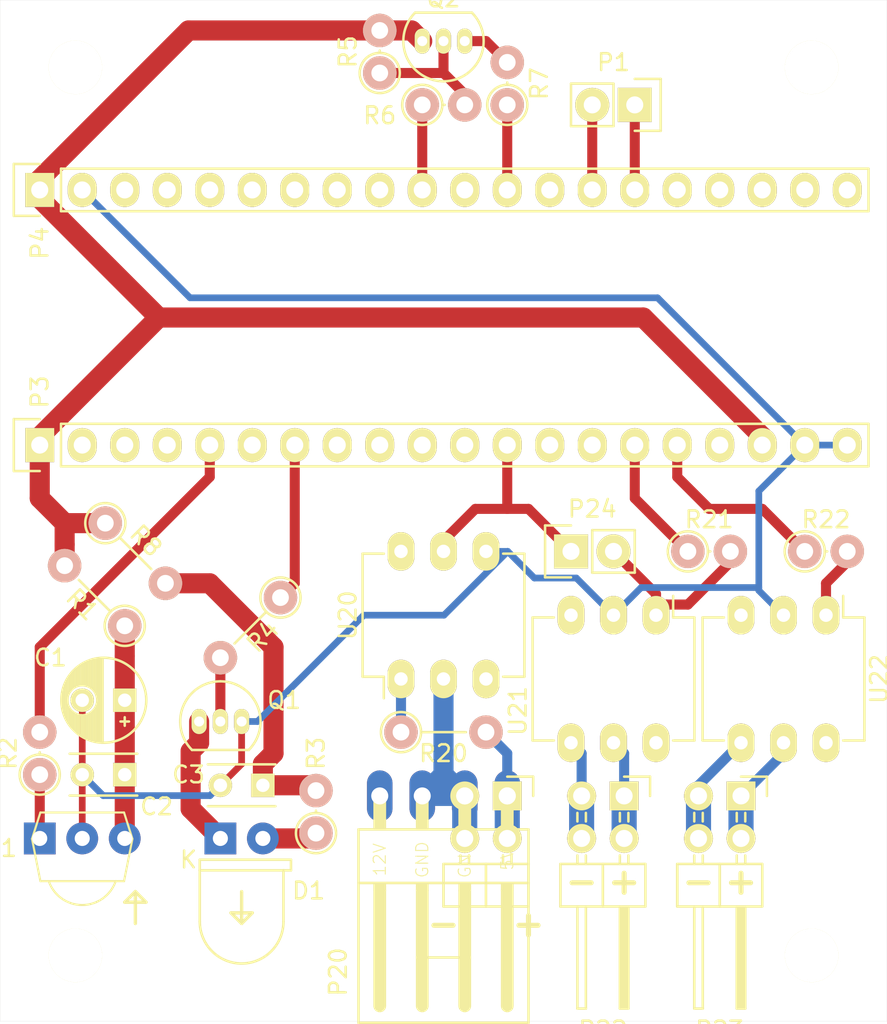
<source format=kicad_pcb>
(kicad_pcb (version 20171130) (host pcbnew "(5.1.12)-1")

  (general
    (thickness 1.6)
    (drawings 29)
    (tracks 130)
    (zones 0)
    (modules 33)
    (nets 29)
  )

  (page A4)
  (title_block
    (title STM32F103C8T6-DEV-BOARD--HIDIRT-addon)
    (date 2016-05-10)
    (rev A1)
    (company pikim)
  )

  (layers
    (0 Top signal)
    (31 Bottom signal)
    (33 F.Adhes user hide)
    (35 F.Paste user hide)
    (37 F.SilkS user hide)
    (39 F.Mask user hide)
    (40 Dwgs.User user hide)
    (41 Cmts.User user hide)
    (42 Eco1.User user hide)
    (43 Eco2.User user hide)
    (44 Edge.Cuts user)
    (45 Margin user hide)
    (47 F.CrtYd user hide)
    (49 F.Fab user hide)
  )

  (setup
    (last_trace_width 0.4)
    (user_trace_width 0.2)
    (user_trace_width 0.25)
    (user_trace_width 0.3)
    (user_trace_width 0.4)
    (user_trace_width 0.6)
    (user_trace_width 0.8)
    (user_trace_width 1)
    (user_trace_width 1.2)
    (trace_clearance 0.3)
    (zone_clearance 0.5)
    (zone_45_only no)
    (trace_min 0.2)
    (via_size 0.6)
    (via_drill 0.4)
    (via_min_size 0.4)
    (via_min_drill 0.3)
    (uvia_size 0.3)
    (uvia_drill 0.1)
    (uvias_allowed no)
    (uvia_min_size 0.2)
    (uvia_min_drill 0.1)
    (edge_width 0.001)
    (segment_width 0.15)
    (pcb_text_width 0.3)
    (pcb_text_size 1.5 1.5)
    (mod_edge_width 0.15)
    (mod_text_size 1 1)
    (mod_text_width 0.15)
    (pad_size 3.2 3.2)
    (pad_drill 3.2)
    (pad_to_mask_clearance 0.2)
    (aux_axis_origin 0 0)
    (visible_elements 7FFFFFFF)
    (pcbplotparams
      (layerselection 0x01120_00000000)
      (usegerberextensions false)
      (usegerberattributes true)
      (usegerberadvancedattributes true)
      (creategerberjobfile true)
      (excludeedgelayer true)
      (linewidth 0.100000)
      (plotframeref false)
      (viasonmask false)
      (mode 1)
      (useauxorigin false)
      (hpglpennumber 1)
      (hpglpenspeed 20)
      (hpglpendiameter 15.000000)
      (psnegative false)
      (psa4output false)
      (plotreference true)
      (plotvalue true)
      (plotinvisibletext false)
      (padsonsilk false)
      (subtractmaskfromsilk false)
      (outputformat 4)
      (mirror false)
      (drillshape 0)
      (scaleselection 1)
      (outputdirectory ""))
  )

  (net 0 "")
  (net 1 +3V3)
  (net 2 /PB3)
  (net 3 /PA12)
  (net 4 "Net-(Q1-Pad2)")
  (net 5 "Net-(Q2-Pad2)")
  (net 6 "Net-(C1-Pad1)")
  (net 7 GND)
  (net 8 "Net-(D1-Pad2)")
  (net 9 "Net-(D1-Pad1)")
  (net 10 "Net-(P22-Pad1)")
  (net 11 "Net-(P22-Pad3)")
  (net 12 "Net-(Q2-Pad1)")
  (net 13 "Net-(R20-Pad1)")
  (net 14 "Net-(R22-Pad2)")
  (net 15 /PA7)
  (net 16 /PA0)
  (net 17 /PB10)
  (net 18 /PB11)
  (net 19 "Net-(R2-Pad1)")
  (net 20 "Net-(P20-Pad1)")
  (net 21 "Net-(P23-Pad1)")
  (net 22 "Net-(P23-Pad3)")
  (net 23 "Net-(P24-Pad2)")
  (net 24 "Net-(P20-Pad2)")
  (net 25 /PA2)
  (net 26 "Net-(C3-Pad1)")
  (net 27 /PA9)
  (net 28 /PA10)

  (net_class Default "Dies ist die voreingestellte Netzklasse."
    (clearance 0.3)
    (trace_width 0.4)
    (via_dia 0.6)
    (via_drill 0.4)
    (uvia_dia 0.3)
    (uvia_drill 0.1)
    (add_net +3V3)
    (add_net /PA0)
    (add_net /PA10)
    (add_net /PA12)
    (add_net /PA2)
    (add_net /PA7)
    (add_net /PA9)
    (add_net /PB10)
    (add_net /PB11)
    (add_net /PB3)
    (add_net GND)
    (add_net "Net-(C1-Pad1)")
    (add_net "Net-(C3-Pad1)")
    (add_net "Net-(D1-Pad1)")
    (add_net "Net-(D1-Pad2)")
    (add_net "Net-(P20-Pad1)")
    (add_net "Net-(P20-Pad2)")
    (add_net "Net-(P22-Pad1)")
    (add_net "Net-(P22-Pad3)")
    (add_net "Net-(P23-Pad1)")
    (add_net "Net-(P23-Pad3)")
    (add_net "Net-(P24-Pad2)")
    (add_net "Net-(Q1-Pad2)")
    (add_net "Net-(Q2-Pad1)")
    (add_net "Net-(Q2-Pad2)")
    (add_net "Net-(R2-Pad1)")
    (add_net "Net-(R20-Pad1)")
    (add_net "Net-(R22-Pad2)")
  )

  (module Mounting_Holes:MountingHole_3.2mm_M3 (layer Top) (tedit 573223BE) (tstamp 5728FE21)
    (at 105 136.525)
    (descr "Mounting Hole 3.2mm, no annular, M3")
    (tags "mounting hole 3.2mm no annular m3")
    (fp_text reference REF**_4 (at 0 -4.2) (layer F.SilkS) hide
      (effects (font (size 1 1) (thickness 0.15)))
    )
    (fp_text value MountingHole_3.2mm_M3 (at 0 4.2) (layer F.Fab)
      (effects (font (size 1 1) (thickness 0.15)))
    )
    (fp_circle (center 0 0) (end 3.45 0) (layer F.CrtYd) (width 0.05))
    (fp_circle (center 0 0) (end 3.2 0) (layer Cmts.User) (width 0.15))
    (pad 1 np_thru_hole circle (at 0 0) (size 3.2 3.2) (drill 3.2) (layers *.Cu *.Mask F.SilkS))
  )

  (module Mounting_Holes:MountingHole_3.2mm_M3 (layer Top) (tedit 573223C2) (tstamp 5728FAB0)
    (at 149 136.525)
    (descr "Mounting Hole 3.2mm, no annular, M3")
    (tags "mounting hole 3.2mm no annular m3")
    (fp_text reference REF**_3 (at 0 -4.2) (layer F.SilkS) hide
      (effects (font (size 1 1) (thickness 0.15)))
    )
    (fp_text value MountingHole_3.2mm_M3 (at 0 4.2) (layer F.Fab)
      (effects (font (size 1 1) (thickness 0.15)))
    )
    (fp_circle (center 0 0) (end 3.45 0) (layer F.CrtYd) (width 0.05))
    (fp_circle (center 0 0) (end 3.2 0) (layer Cmts.User) (width 0.15))
    (pad 1 np_thru_hole circle (at 0 0) (size 3.2 3.2) (drill 3.2) (layers *.Cu *.Mask F.SilkS))
  )

  (module Mounting_Holes:MountingHole_3.2mm_M3 (layer Top) (tedit 573223C7) (tstamp 5728F962)
    (at 149 83.485)
    (descr "Mounting Hole 3.2mm, no annular, M3")
    (tags "mounting hole 3.2mm no annular m3")
    (fp_text reference REF**_2 (at 0 -4.2) (layer F.SilkS) hide
      (effects (font (size 1 1) (thickness 0.15)))
    )
    (fp_text value MountingHole_3.2mm_M3 (at 0 4.2) (layer F.Fab)
      (effects (font (size 1 1) (thickness 0.15)))
    )
    (fp_circle (center 0 0) (end 3.45 0) (layer F.CrtYd) (width 0.05))
    (fp_circle (center 0 0) (end 3.2 0) (layer Cmts.User) (width 0.15))
    (pad 1 np_thru_hole circle (at 0 0) (size 3.2 3.2) (drill 3.2) (layers *.Cu *.Mask F.SilkS))
  )

  (module Pin_Headers:Pin_Header_Straight_1x20 (layer Top) (tedit 57292062) (tstamp 57151991)
    (at 102.87 90.805 90)
    (descr "Through hole pin header")
    (tags "pin header")
    (path /57170FE4)
    (fp_text reference P4 (at -3.175 0 90) (layer F.SilkS)
      (effects (font (size 1 1) (thickness 0.15)))
    )
    (fp_text value CONN_01X20 (at 0 -3.1 90) (layer F.Fab)
      (effects (font (size 1 1) (thickness 0.15)))
    )
    (fp_line (start -1.55 -1.55) (end 1.55 -1.55) (layer F.SilkS) (width 0.15))
    (fp_line (start -1.55 0) (end -1.55 -1.55) (layer F.SilkS) (width 0.15))
    (fp_line (start 1.27 1.27) (end -1.27 1.27) (layer F.SilkS) (width 0.15))
    (fp_line (start 1.55 -1.55) (end 1.55 0) (layer F.SilkS) (width 0.15))
    (fp_line (start -1.27 49.53) (end -1.27 1.27) (layer F.SilkS) (width 0.15))
    (fp_line (start 1.27 49.53) (end -1.27 49.53) (layer F.SilkS) (width 0.15))
    (fp_line (start 1.27 1.27) (end 1.27 49.53) (layer F.SilkS) (width 0.15))
    (fp_line (start -1.75 50.05) (end 1.75 50.05) (layer F.CrtYd) (width 0.05))
    (fp_line (start -1.75 -1.75) (end 1.75 -1.75) (layer F.CrtYd) (width 0.05))
    (fp_line (start 1.75 -1.75) (end 1.75 50.05) (layer F.CrtYd) (width 0.05))
    (fp_line (start -1.75 -1.75) (end -1.75 50.05) (layer F.CrtYd) (width 0.05))
    (pad 1 thru_hole rect (at 0 0 90) (size 2.032 1.7272) (drill 1.016) (layers *.Cu *.Mask F.SilkS)
      (net 1 +3V3))
    (pad 2 thru_hole oval (at 0 2.54 90) (size 2.032 1.7272) (drill 1.016) (layers *.Cu *.Mask F.SilkS)
      (net 7 GND))
    (pad 3 thru_hole oval (at 0 5.08 90) (size 2.032 1.7272) (drill 1.016) (layers *.Cu *.Mask F.SilkS))
    (pad 4 thru_hole oval (at 0 7.62 90) (size 2.032 1.7272) (drill 1.016) (layers *.Cu *.Mask F.SilkS))
    (pad 5 thru_hole oval (at 0 10.16 90) (size 2.032 1.7272) (drill 1.016) (layers *.Cu *.Mask F.SilkS))
    (pad 6 thru_hole oval (at 0 12.7 90) (size 2.032 1.7272) (drill 1.016) (layers *.Cu *.Mask F.SilkS))
    (pad 7 thru_hole oval (at 0 15.24 90) (size 2.032 1.7272) (drill 1.016) (layers *.Cu *.Mask F.SilkS))
    (pad 8 thru_hole oval (at 0 17.78 90) (size 2.032 1.7272) (drill 1.016) (layers *.Cu *.Mask F.SilkS))
    (pad 9 thru_hole oval (at 0 20.32 90) (size 2.032 1.7272) (drill 1.016) (layers *.Cu *.Mask F.SilkS))
    (pad 10 thru_hole oval (at 0 22.86 90) (size 2.032 1.7272) (drill 1.016) (layers *.Cu *.Mask F.SilkS)
      (net 2 /PB3))
    (pad 11 thru_hole oval (at 0 25.4 90) (size 2.032 1.7272) (drill 1.016) (layers *.Cu *.Mask F.SilkS))
    (pad 12 thru_hole oval (at 0 27.94 90) (size 2.032 1.7272) (drill 1.016) (layers *.Cu *.Mask F.SilkS)
      (net 3 /PA12))
    (pad 13 thru_hole oval (at 0 30.48 90) (size 2.032 1.7272) (drill 1.016) (layers *.Cu *.Mask F.SilkS))
    (pad 14 thru_hole oval (at 0 33.02 90) (size 2.032 1.7272) (drill 1.016) (layers *.Cu *.Mask F.SilkS)
      (net 28 /PA10))
    (pad 15 thru_hole oval (at 0 35.56 90) (size 2.032 1.7272) (drill 1.016) (layers *.Cu *.Mask F.SilkS)
      (net 27 /PA9))
    (pad 16 thru_hole oval (at 0 38.1 90) (size 2.032 1.7272) (drill 1.016) (layers *.Cu *.Mask F.SilkS))
    (pad 17 thru_hole oval (at 0 40.64 90) (size 2.032 1.7272) (drill 1.016) (layers *.Cu *.Mask F.SilkS))
    (pad 18 thru_hole oval (at 0 43.18 90) (size 2.032 1.7272) (drill 1.016) (layers *.Cu *.Mask F.SilkS))
    (pad 19 thru_hole oval (at 0 45.72 90) (size 2.032 1.7272) (drill 1.016) (layers *.Cu *.Mask F.SilkS))
    (pad 20 thru_hole oval (at 0 48.26 90) (size 2.032 1.7272) (drill 1.016) (layers *.Cu *.Mask F.SilkS))
    (model Pin_Headers.3dshapes/Pin_Header_Straight_1x20.wrl
      (offset (xyz 0 -24.12999963760376 0))
      (scale (xyz 1 1 1))
      (rotate (xyz 0 0 90))
    )
  )

  (module TO_SOT_Packages_THT:TO-92_Inline_Narrow_Oval (layer Top) (tedit 5713D377) (tstamp 5711F532)
    (at 112.395 122.555)
    (descr "TO-92 leads in-line, narrow, oval pads, drill 0.6mm (see NXP sot054_po.pdf)")
    (tags "to-92 sc-43 sc-43a sot54 PA33 transistor")
    (path /5713FFDF)
    (fp_text reference Q1 (at 5.08 -1.27) (layer F.SilkS)
      (effects (font (size 1 1) (thickness 0.15)))
    )
    (fp_text value BC547 (at 0 3) (layer F.Fab)
      (effects (font (size 1 1) (thickness 0.15)))
    )
    (fp_line (start 3.95 1.95) (end 3.95 -2.65) (layer F.CrtYd) (width 0.05))
    (fp_line (start -1.4 -2.65) (end 3.95 -2.65) (layer F.CrtYd) (width 0.05))
    (fp_line (start -0.43 1.7) (end 2.97 1.7) (layer F.SilkS) (width 0.15))
    (fp_line (start -1.4 1.95) (end 3.95 1.95) (layer F.CrtYd) (width 0.05))
    (fp_line (start -1.4 1.95) (end -1.4 -2.65) (layer F.CrtYd) (width 0.05))
    (fp_arc (start 1.27 0) (end 1.27 -2.4) (angle -135) (layer F.SilkS) (width 0.15))
    (fp_arc (start 1.27 0) (end 1.27 -2.4) (angle 135) (layer F.SilkS) (width 0.15))
    (pad 2 thru_hole oval (at 1.27 0 180) (size 0.89916 1.50114) (drill 0.6) (layers *.Cu *.Mask F.SilkS)
      (net 4 "Net-(Q1-Pad2)"))
    (pad 3 thru_hole oval (at 2.54 0 180) (size 0.89916 1.50114) (drill 0.6) (layers *.Cu *.Mask F.SilkS)
      (net 7 GND))
    (pad 1 thru_hole oval (at 0 0 180) (size 0.89916 1.50114) (drill 0.6) (layers *.Cu *.Mask F.SilkS)
      (net 9 "Net-(D1-Pad1)"))
    (model TO_SOT_Packages_THT.3dshapes/TO-92_Inline_Narrow_Oval.wrl
      (offset (xyz 1.269999980926514 0 0))
      (scale (xyz 1 1 1))
      (rotate (xyz 0 0 -90))
    )
  )

  (module TO_SOT_Packages_THT:TO-92_Inline_Narrow_Oval (layer Top) (tedit 5713D3CC) (tstamp 5711F65C)
    (at 128.27 81.915 180)
    (descr "TO-92 leads in-line, narrow, oval pads, drill 0.6mm (see NXP sot054_po.pdf)")
    (tags "to-92 sc-43 sc-43a sot54 PA33 transistor")
    (path /5714089B)
    (fp_text reference Q2 (at 1.27 2.54 180) (layer F.SilkS)
      (effects (font (size 1 1) (thickness 0.15)))
    )
    (fp_text value BC557 (at 0 3 180) (layer F.Fab)
      (effects (font (size 1 1) (thickness 0.15)))
    )
    (fp_line (start 3.95 1.95) (end 3.95 -2.65) (layer F.CrtYd) (width 0.05))
    (fp_line (start -1.4 -2.65) (end 3.95 -2.65) (layer F.CrtYd) (width 0.05))
    (fp_line (start -0.43 1.7) (end 2.97 1.7) (layer F.SilkS) (width 0.15))
    (fp_line (start -1.4 1.95) (end 3.95 1.95) (layer F.CrtYd) (width 0.05))
    (fp_line (start -1.4 1.95) (end -1.4 -2.65) (layer F.CrtYd) (width 0.05))
    (fp_arc (start 1.27 0) (end 1.27 -2.4) (angle -135) (layer F.SilkS) (width 0.15))
    (fp_arc (start 1.27 0) (end 1.27 -2.4) (angle 135) (layer F.SilkS) (width 0.15))
    (pad 2 thru_hole oval (at 1.27 0) (size 0.89916 1.50114) (drill 0.6) (layers *.Cu *.Mask F.SilkS)
      (net 5 "Net-(Q2-Pad2)"))
    (pad 3 thru_hole oval (at 2.54 0) (size 0.89916 1.50114) (drill 0.6) (layers *.Cu *.Mask F.SilkS)
      (net 1 +3V3))
    (pad 1 thru_hole oval (at 0 0) (size 0.89916 1.50114) (drill 0.6) (layers *.Cu *.Mask F.SilkS)
      (net 12 "Net-(Q2-Pad1)"))
    (model TO_SOT_Packages_THT.3dshapes/TO-92_Inline_Narrow_Oval.wrl
      (offset (xyz 1.269999980926514 0 0))
      (scale (xyz 1 1 1))
      (rotate (xyz 0 0 -90))
    )
  )

  (module pikim:FLOPPY_PWR (layer Top) (tedit 57140CD3) (tstamp 5711F464)
    (at 127 127 270)
    (path /5716A560)
    (fp_text reference P20 (at 12.065 5.715 270) (layer F.SilkS)
      (effects (font (size 1 1) (thickness 0.15)) (justify left bottom))
    )
    (fp_text value FLOPPY_POWER (at 2.54 6.985 270) (layer F.Fab)
      (effects (font (size 1 1) (thickness 0.15)) (justify left bottom))
    )
    (fp_poly (pts (xy -0.3 3.429) (xy -0.3 4.191) (xy 2 4.191) (xy 2 3.429)) (layer F.SilkS) (width 0))
    (fp_poly (pts (xy -0.3 0.889) (xy -0.3 1.651) (xy 2 1.651) (xy 2 0.889)) (layer F.SilkS) (width 0))
    (fp_poly (pts (xy -0.3 -1.651) (xy -0.3 -0.889) (xy 2 -0.889) (xy 2 -1.651)) (layer F.SilkS) (width 0))
    (fp_poly (pts (xy -0.3 -4.191) (xy -0.3 -3.429) (xy 2 -3.429) (xy 2 -4.191)) (layer F.SilkS) (width 0))
    (fp_poly (pts (xy 5.175 3.429) (xy 5.175 4.191) (xy 5.683 4.191) (xy 5.683 3.429)) (layer F.SilkS) (width 0))
    (fp_poly (pts (xy 5.175 0.889) (xy 5.175 1.651) (xy 5.683 1.651) (xy 5.683 0.889)) (layer F.SilkS) (width 0))
    (fp_poly (pts (xy 5.175 -1.651) (xy 5.175 -0.889) (xy 5.683 -0.889) (xy 5.683 -1.651)) (layer F.SilkS) (width 0))
    (fp_poly (pts (xy 5.175 -4.191) (xy 5.175 -3.429) (xy 5.683 -3.429) (xy 5.683 -4.191)) (layer F.SilkS) (width 0))
    (fp_line (start 9.65 -1.27) (end 9.65 1.27) (layer F.SilkS) (width 0.1524))
    (fp_line (start 13.55 5.08) (end 5.2 5.08) (layer F.SilkS) (width 0.1524))
    (fp_line (start 13.55 -5.08) (end 13.55 5.08) (layer F.SilkS) (width 0.1524))
    (fp_line (start 5.2 -5.08) (end 13.55 -5.08) (layer F.SilkS) (width 0.1524))
    (fp_line (start 12.541 3.81) (end 5.683 3.81) (layer F.SilkS) (width 0.762))
    (fp_line (start 5.2 5.08) (end 5.2 -5.08) (layer F.SilkS) (width 0.1524))
    (fp_line (start 5.175 5.08) (end 5.2 5.08) (layer F.SilkS) (width 0.1524))
    (fp_line (start 2 5.08) (end 5.175 5.08) (layer F.SilkS) (width 0.1524))
    (fp_line (start 2 -5.08) (end 2 5.08) (layer F.SilkS) (width 0.1524))
    (fp_line (start 9.65 1.27) (end 5.683 1.27) (layer F.SilkS) (width 0.762))
    (fp_line (start 12.541 1.27) (end 9.65 1.27) (layer F.SilkS) (width 0.762))
    (fp_line (start 9.65 -1.27) (end 5.683 -1.27) (layer F.SilkS) (width 0.762))
    (fp_line (start 12.541 -1.27) (end 9.65 -1.27) (layer F.SilkS) (width 0.762))
    (fp_line (start 12.541 -3.81) (end 5.683 -3.81) (layer F.SilkS) (width 0.762))
    (fp_line (start 5.175 -5.08) (end 2 -5.08) (layer F.SilkS) (width 0.1524))
    (fp_line (start 5.2 -5.08) (end 5.175 -5.08) (layer F.SilkS) (width 0.1524))
    (fp_text user 5V (at 3.81 -3.81 270) (layer F.SilkS)
      (effects (font (size 0.7239 0.7239) (thickness 0.06096)))
    )
    (fp_text user GND (at 3.81 -1.27 270) (layer F.SilkS)
      (effects (font (size 0.7239 0.7239) (thickness 0.06096)))
    )
    (fp_text user GND (at 3.81 1.27 270) (layer F.SilkS)
      (effects (font (size 0.7239 0.7239) (thickness 0.06096)))
    )
    (fp_text user 12V (at 3.81 3.81 270) (layer F.SilkS)
      (effects (font (size 0.7239 0.7239) (thickness 0.06096)))
    )
    (pad 1 thru_hole oval (at 0 -3.81 270) (size 3.048 1.524) (drill 1.016) (layers *.Cu *.Mask)
      (net 20 "Net-(P20-Pad1)"))
    (pad 2 thru_hole oval (at 0 -1.27 270) (size 3.048 1.524) (drill 1.016) (layers *.Cu *.Mask)
      (net 24 "Net-(P20-Pad2)"))
    (pad 3 thru_hole oval (at 0 1.27 270) (size 3.048 1.524) (drill 1.016) (layers *.Cu *.Mask)
      (net 24 "Net-(P20-Pad2)"))
    (pad 4 thru_hole oval (at 0 3.81 270) (size 3.048 1.524) (drill 1.016) (layers *.Cu *.Mask))
  )

  (module Housings_DIP:DIP-6_W7.62mm_LongPads (layer Top) (tedit 57140B4C) (tstamp 5711F36C)
    (at 139.7 116.205 270)
    (descr "6-lead dip package, row spacing 7.62 mm (300 mils), longer pads")
    (tags "dil dip 2.54 300")
    (path /57165E5E)
    (fp_text reference U21 (at 5.715 8.255 270) (layer F.SilkS)
      (effects (font (size 1 1) (thickness 0.15)))
    )
    (fp_text value 4N32/4N33 (at 0 -3.72 270) (layer F.Fab)
      (effects (font (size 1 1) (thickness 0.15)))
    )
    (fp_line (start 0.135 -1.025) (end -1.15 -1.025) (layer F.SilkS) (width 0.15))
    (fp_line (start 0.135 7.375) (end 7.485 7.375) (layer F.SilkS) (width 0.15))
    (fp_line (start 0.135 -2.295) (end 7.485 -2.295) (layer F.SilkS) (width 0.15))
    (fp_line (start 0.135 7.375) (end 0.135 6.105) (layer F.SilkS) (width 0.15))
    (fp_line (start 7.485 7.375) (end 7.485 6.105) (layer F.SilkS) (width 0.15))
    (fp_line (start 7.485 -2.295) (end 7.485 -1.025) (layer F.SilkS) (width 0.15))
    (fp_line (start 0.135 -2.295) (end 0.135 -1.025) (layer F.SilkS) (width 0.15))
    (fp_line (start -1.4 7.55) (end 9 7.55) (layer F.CrtYd) (width 0.05))
    (fp_line (start -1.4 -2.45) (end 9 -2.45) (layer F.CrtYd) (width 0.05))
    (fp_line (start 9 -2.45) (end 9 7.55) (layer F.CrtYd) (width 0.05))
    (fp_line (start -1.4 -2.45) (end -1.4 7.55) (layer F.CrtYd) (width 0.05))
    (pad 1 thru_hole oval (at 0 0 270) (size 2.3 1.6) (drill 0.8) (layers *.Cu *.Mask F.SilkS)
      (net 23 "Net-(P24-Pad2)"))
    (pad 2 thru_hole oval (at 0 2.54 270) (size 2.3 1.6) (drill 0.8) (layers *.Cu *.Mask F.SilkS)
      (net 7 GND))
    (pad 3 thru_hole oval (at 0 5.08 270) (size 2.3 1.6) (drill 0.8) (layers *.Cu *.Mask F.SilkS))
    (pad 4 thru_hole oval (at 7.62 5.08 270) (size 2.3 1.6) (drill 0.8) (layers *.Cu *.Mask F.SilkS)
      (net 11 "Net-(P22-Pad3)"))
    (pad 5 thru_hole oval (at 7.62 2.54 270) (size 2.3 1.6) (drill 0.8) (layers *.Cu *.Mask F.SilkS)
      (net 10 "Net-(P22-Pad1)"))
    (pad 6 thru_hole oval (at 7.62 0 270) (size 2.3 1.6) (drill 0.8) (layers *.Cu *.Mask F.SilkS))
    (model Housings_DIP.3dshapes/DIP-6_W7.62mm_LongPads.wrl
      (at (xyz 0 0 0))
      (scale (xyz 1 1 1))
      (rotate (xyz 0 0 0))
    )
  )

  (module Housings_DIP:DIP-6_W7.62mm_LongPads (layer Top) (tedit 57140B45) (tstamp 5711F403)
    (at 149.86 116.205 270)
    (descr "6-lead dip package, row spacing 7.62 mm (300 mils), longer pads")
    (tags "dil dip 2.54 300")
    (path /57168064)
    (fp_text reference U22 (at 3.81 -3.175 270) (layer F.SilkS)
      (effects (font (size 1 1) (thickness 0.15)))
    )
    (fp_text value 4N32/4N33 (at 0 -3.72 270) (layer F.Fab)
      (effects (font (size 1 1) (thickness 0.15)))
    )
    (fp_line (start 0.135 -1.025) (end -1.15 -1.025) (layer F.SilkS) (width 0.15))
    (fp_line (start 0.135 7.375) (end 7.485 7.375) (layer F.SilkS) (width 0.15))
    (fp_line (start 0.135 -2.295) (end 7.485 -2.295) (layer F.SilkS) (width 0.15))
    (fp_line (start 0.135 7.375) (end 0.135 6.105) (layer F.SilkS) (width 0.15))
    (fp_line (start 7.485 7.375) (end 7.485 6.105) (layer F.SilkS) (width 0.15))
    (fp_line (start 7.485 -2.295) (end 7.485 -1.025) (layer F.SilkS) (width 0.15))
    (fp_line (start 0.135 -2.295) (end 0.135 -1.025) (layer F.SilkS) (width 0.15))
    (fp_line (start -1.4 7.55) (end 9 7.55) (layer F.CrtYd) (width 0.05))
    (fp_line (start -1.4 -2.45) (end 9 -2.45) (layer F.CrtYd) (width 0.05))
    (fp_line (start 9 -2.45) (end 9 7.55) (layer F.CrtYd) (width 0.05))
    (fp_line (start -1.4 -2.45) (end -1.4 7.55) (layer F.CrtYd) (width 0.05))
    (pad 1 thru_hole oval (at 0 0 270) (size 2.3 1.6) (drill 0.8) (layers *.Cu *.Mask F.SilkS)
      (net 14 "Net-(R22-Pad2)"))
    (pad 2 thru_hole oval (at 0 2.54 270) (size 2.3 1.6) (drill 0.8) (layers *.Cu *.Mask F.SilkS)
      (net 7 GND))
    (pad 3 thru_hole oval (at 0 5.08 270) (size 2.3 1.6) (drill 0.8) (layers *.Cu *.Mask F.SilkS))
    (pad 4 thru_hole oval (at 7.62 5.08 270) (size 2.3 1.6) (drill 0.8) (layers *.Cu *.Mask F.SilkS)
      (net 22 "Net-(P23-Pad3)"))
    (pad 5 thru_hole oval (at 7.62 2.54 270) (size 2.3 1.6) (drill 0.8) (layers *.Cu *.Mask F.SilkS)
      (net 21 "Net-(P23-Pad1)"))
    (pad 6 thru_hole oval (at 7.62 0 270) (size 2.3 1.6) (drill 0.8) (layers *.Cu *.Mask F.SilkS))
    (model Housings_DIP.3dshapes/DIP-6_W7.62mm_LongPads.wrl
      (at (xyz 0 0 0))
      (scale (xyz 1 1 1))
      (rotate (xyz 0 0 0))
    )
  )

  (module Housings_DIP:DIP-6_W7.62mm_LongPads (layer Top) (tedit 57140B5E) (tstamp 5711F43C)
    (at 124.46 120.015 90)
    (descr "6-lead dip package, row spacing 7.62 mm (300 mils), longer pads")
    (tags "dil dip 2.54 300")
    (path /57163BC1)
    (fp_text reference U20 (at 3.81 -3.175 90) (layer F.SilkS)
      (effects (font (size 1 1) (thickness 0.15)))
    )
    (fp_text value 4N32/4N33 (at 0 -3.72 90) (layer F.Fab)
      (effects (font (size 1 1) (thickness 0.15)))
    )
    (fp_line (start 0.135 -1.025) (end -1.15 -1.025) (layer F.SilkS) (width 0.15))
    (fp_line (start 0.135 7.375) (end 7.485 7.375) (layer F.SilkS) (width 0.15))
    (fp_line (start 0.135 -2.295) (end 7.485 -2.295) (layer F.SilkS) (width 0.15))
    (fp_line (start 0.135 7.375) (end 0.135 6.105) (layer F.SilkS) (width 0.15))
    (fp_line (start 7.485 7.375) (end 7.485 6.105) (layer F.SilkS) (width 0.15))
    (fp_line (start 7.485 -2.295) (end 7.485 -1.025) (layer F.SilkS) (width 0.15))
    (fp_line (start 0.135 -2.295) (end 0.135 -1.025) (layer F.SilkS) (width 0.15))
    (fp_line (start -1.4 7.55) (end 9 7.55) (layer F.CrtYd) (width 0.05))
    (fp_line (start -1.4 -2.45) (end 9 -2.45) (layer F.CrtYd) (width 0.05))
    (fp_line (start 9 -2.45) (end 9 7.55) (layer F.CrtYd) (width 0.05))
    (fp_line (start -1.4 -2.45) (end -1.4 7.55) (layer F.CrtYd) (width 0.05))
    (pad 1 thru_hole oval (at 0 0 90) (size 2.3 1.6) (drill 0.8) (layers *.Cu *.Mask F.SilkS)
      (net 13 "Net-(R20-Pad1)"))
    (pad 2 thru_hole oval (at 0 2.54 90) (size 2.3 1.6) (drill 0.8) (layers *.Cu *.Mask F.SilkS)
      (net 24 "Net-(P20-Pad2)"))
    (pad 3 thru_hole oval (at 0 5.08 90) (size 2.3 1.6) (drill 0.8) (layers *.Cu *.Mask F.SilkS))
    (pad 4 thru_hole oval (at 7.62 5.08 90) (size 2.3 1.6) (drill 0.8) (layers *.Cu *.Mask F.SilkS)
      (net 7 GND))
    (pad 5 thru_hole oval (at 7.62 2.54 90) (size 2.3 1.6) (drill 0.8) (layers *.Cu *.Mask F.SilkS)
      (net 15 /PA7))
    (pad 6 thru_hole oval (at 7.62 0 90) (size 2.3 1.6) (drill 0.8) (layers *.Cu *.Mask F.SilkS))
    (model Housings_DIP.3dshapes/DIP-6_W7.62mm_LongPads.wrl
      (at (xyz 0 0 0))
      (scale (xyz 1 1 1))
      (rotate (xyz 0 0 0))
    )
  )

  (module pikim:Resistor_Vertical_RM5.08mm (layer Top) (tedit 7FFFFFFF) (tstamp 5711F44B)
    (at 127 123.19)
    (descr "Resistor, Vertical, RM 5.08mm, 1/3W,")
    (tags "Resistor, Vertical, RM 5.08mm, 1/3W,")
    (path /57150890)
    (fp_text reference R20 (at 0 1.27) (layer F.SilkS)
      (effects (font (size 1 1) (thickness 0.15)))
    )
    (fp_text value 100k (at 0 4.50088) (layer F.Fab)
      (effects (font (size 1 1) (thickness 0.15)))
    )
    (fp_circle (center -2.54 0) (end -1.34 0) (layer F.SilkS) (width 0.15))
    (fp_line (start -1.34 0) (end 1.34 0) (layer F.SilkS) (width 0.15))
    (pad 1 thru_hole circle (at -2.54 0) (size 2 2) (drill 1) (layers *.Cu *.SilkS *.Mask)
      (net 13 "Net-(R20-Pad1)"))
    (pad 2 thru_hole circle (at 2.54 0) (size 2 2) (drill 1) (layers *.Cu *.SilkS *.Mask)
      (net 20 "Net-(P20-Pad1)"))
  )

  (module pikim:C_Radial_D5_L11_P2.54 (layer Top) (tedit 57139A6A) (tstamp 5711F3AF)
    (at 107.95 121.285 180)
    (descr "Radial Electrolytic Capacitor Diameter 5mm x Length 11mm, Pitch 2.54mm")
    (tags "Electrolytic Capacitor")
    (path /5717BF2D)
    (fp_text reference C1 (at 4.445 2.54 180) (layer F.SilkS)
      (effects (font (size 1 1) (thickness 0.15)))
    )
    (fp_text value 4u7 (at 1.25 3.8 180) (layer F.Fab)
      (effects (font (size 1 1) (thickness 0.15)))
    )
    (fp_circle (center 1.25 0) (end 1.25 -2.8) (layer F.CrtYd) (width 0.05))
    (fp_circle (center 1.25 0) (end 1.25 -2.5375) (layer F.SilkS) (width 0.15))
    (fp_circle (center 2.54 0) (end 2.54 -0.9) (layer F.SilkS) (width 0.15))
    (fp_line (start 3.705 -0.555) (end 3.705 0.555) (layer F.SilkS) (width 0.15))
    (fp_line (start 3.565 -0.96) (end 3.565 0.96) (layer F.SilkS) (width 0.15))
    (fp_line (start 3.425 -1.233) (end 3.425 1.233) (layer F.SilkS) (width 0.15))
    (fp_line (start 3.285 0.5) (end 3.285 1.452) (layer F.SilkS) (width 0.15))
    (fp_line (start 3.285 -1.452) (end 3.285 -0.5) (layer F.SilkS) (width 0.15))
    (fp_line (start 3.145 0.67) (end 3.145 1.631) (layer F.SilkS) (width 0.15))
    (fp_line (start 3.145 -1.631) (end 3.145 -0.67) (layer F.SilkS) (width 0.15))
    (fp_line (start 3.005 0.78) (end 3.005 1.78) (layer F.SilkS) (width 0.15))
    (fp_line (start 3.005 -1.78) (end 3.005 -0.78) (layer F.SilkS) (width 0.15))
    (fp_line (start 2.865 0.86) (end 2.865 1.908) (layer F.SilkS) (width 0.15))
    (fp_line (start 2.865 -1.908) (end 2.865 -0.86) (layer F.SilkS) (width 0.15))
    (fp_line (start 2.725 0.9) (end 2.725 2.019) (layer F.SilkS) (width 0.15))
    (fp_line (start 2.725 -2.019) (end 2.725 -0.9) (layer F.SilkS) (width 0.15))
    (fp_line (start 2.585 0.896) (end 2.585 2.114) (layer F.SilkS) (width 0.15))
    (fp_line (start 2.585 -2.114) (end 2.585 -0.896) (layer F.SilkS) (width 0.15))
    (fp_line (start 2.445 0.898) (end 2.445 2.196) (layer F.SilkS) (width 0.15))
    (fp_line (start 2.445 -2.196) (end 2.445 -0.898) (layer F.SilkS) (width 0.15))
    (fp_line (start 2.305 0.879) (end 2.305 2.266) (layer F.SilkS) (width 0.15))
    (fp_line (start 2.305 -2.266) (end 2.305 -0.879) (layer F.SilkS) (width 0.15))
    (fp_line (start 2.165 0.835) (end 2.165 2.327) (layer F.SilkS) (width 0.15))
    (fp_line (start 2.165 -2.327) (end 2.165 -0.835) (layer F.SilkS) (width 0.15))
    (fp_line (start 2.025 0.764) (end 2.025 2.377) (layer F.SilkS) (width 0.15))
    (fp_line (start 2.025 -2.377) (end 2.025 -0.764) (layer F.SilkS) (width 0.15))
    (fp_line (start 1.885 0.657) (end 1.885 2.418) (layer F.SilkS) (width 0.15))
    (fp_line (start 1.885 -2.418) (end 1.885 -0.657) (layer F.SilkS) (width 0.15))
    (fp_line (start 1.745 0.49) (end 1.745 2.451) (layer F.SilkS) (width 0.15))
    (fp_line (start 1.745 -2.451) (end 1.745 -0.49) (layer F.SilkS) (width 0.15))
    (fp_line (start 1.605 -2.475) (end 1.605 2.475) (layer F.SilkS) (width 0.15))
    (fp_line (start 1.465 -2.491) (end 1.465 2.491) (layer F.SilkS) (width 0.15))
    (fp_line (start 1.325 -2.499) (end 1.325 2.499) (layer F.SilkS) (width 0.15))
    (fp_line (start 0 -1.016) (end 0 -1.524) (layer F.SilkS) (width 0.15))
    (fp_line (start -0.254 -1.27) (end 0.254 -1.27) (layer F.SilkS) (width 0.15))
    (pad 1 thru_hole rect (at 0 0 180) (size 1.4 1.4) (drill 0.8) (layers *.Cu *.Mask F.SilkS)
      (net 6 "Net-(C1-Pad1)"))
    (pad 2 thru_hole circle (at 2.54 0 180) (size 1.4 1.4) (drill 0.8) (layers *.Cu *.Mask F.SilkS)
      (net 7 GND))
    (model Capacitors_ThroughHole.3dshapes/C_Radial_D5_L11_P2.5.wrl
      (offset (xyz 1.25001018122673 0 0))
      (scale (xyz 1 1 1))
      (rotate (xyz 0 0 90))
    )
  )

  (module pikim:Resistor_Vertical_RM2.54mm (layer Top) (tedit 571399FC) (tstamp 5711F3C1)
    (at 142.875 112.395)
    (descr "Resistor, Vertical, RM 2.54mm, 1/3W,")
    (tags "Resistor, Vertical, RM 2.54mm, 1/3W,")
    (path /57150EF1)
    (fp_text reference R21 (at 0 -1.905) (layer F.SilkS)
      (effects (font (size 1 1) (thickness 0.15)))
    )
    (fp_text value 100k (at 0 4.50088) (layer F.Fab)
      (effects (font (size 1 1) (thickness 0.15)))
    )
    (fp_circle (center -1.27 0) (end -0.07 0) (layer F.SilkS) (width 0.15))
    (fp_line (start -0.07 0) (end 0.07 0) (layer F.SilkS) (width 0.15))
    (pad 1 thru_hole circle (at -1.27 0) (size 2 2) (drill 1) (layers *.Cu *.SilkS *.Mask)
      (net 17 /PB10))
    (pad 2 thru_hole circle (at 1.27 0) (size 2 2) (drill 1) (layers *.Cu *.SilkS *.Mask)
      (net 23 "Net-(P24-Pad2)"))
  )

  (module pikim:Resistor_Vertical_RM2.54mm (layer Top) (tedit 571399FC) (tstamp 5711F412)
    (at 149.86 112.395)
    (descr "Resistor, Vertical, RM 2.54mm, 1/3W,")
    (tags "Resistor, Vertical, RM 2.54mm, 1/3W,")
    (path /57151B45)
    (fp_text reference R22 (at 0 -1.905) (layer F.SilkS)
      (effects (font (size 1 1) (thickness 0.15)))
    )
    (fp_text value 100k (at 0 4.50088) (layer F.Fab)
      (effects (font (size 1 1) (thickness 0.15)))
    )
    (fp_circle (center -1.27 0) (end -0.07 0) (layer F.SilkS) (width 0.15))
    (fp_line (start -0.07 0) (end 0.07 0) (layer F.SilkS) (width 0.15))
    (pad 1 thru_hole circle (at -1.27 0) (size 2 2) (drill 1) (layers *.Cu *.SilkS *.Mask)
      (net 18 /PB11))
    (pad 2 thru_hole circle (at 1.27 0) (size 2 2) (drill 1) (layers *.Cu *.SilkS *.Mask)
      (net 14 "Net-(R22-Pad2)"))
  )

  (module pikim:Resistor_Vertical_RM2.54mm (layer Top) (tedit 571399FC) (tstamp 5711F4E3)
    (at 119.38 127.952 90)
    (descr "Resistor, Vertical, RM 2.54mm, 1/3W,")
    (tags "Resistor, Vertical, RM 2.54mm, 1/3W,")
    (path /57147053)
    (fp_text reference R3 (at 3.4925 0 90) (layer F.SilkS)
      (effects (font (size 1 1) (thickness 0.15)))
    )
    (fp_text value 330 (at 0 4.50088 90) (layer F.Fab)
      (effects (font (size 1 1) (thickness 0.15)))
    )
    (fp_circle (center -1.27 0) (end -0.07 0) (layer F.SilkS) (width 0.15))
    (fp_line (start -0.07 0) (end 0.07 0) (layer F.SilkS) (width 0.15))
    (pad 1 thru_hole circle (at -1.27 0 90) (size 2 2) (drill 1) (layers *.Cu *.SilkS *.Mask)
      (net 8 "Net-(D1-Pad2)"))
    (pad 2 thru_hole circle (at 1.27 0 90) (size 2 2) (drill 1) (layers *.Cu *.SilkS *.Mask)
      (net 26 "Net-(C3-Pad1)"))
  )

  (module pikim:Resistor_Vertical_RM2.54mm (layer Top) (tedit 571399FC) (tstamp 5711F63E)
    (at 123.19 82.55 90)
    (descr "Resistor, Vertical, RM 2.54mm, 1/3W,")
    (tags "Resistor, Vertical, RM 2.54mm, 1/3W,")
    (path /5713EDFA)
    (fp_text reference R5 (at 0 -1.905 90) (layer F.SilkS)
      (effects (font (size 1 1) (thickness 0.15)))
    )
    (fp_text value 220k (at 0 4.50088 90) (layer F.Fab)
      (effects (font (size 1 1) (thickness 0.15)))
    )
    (fp_circle (center -1.27 0) (end -0.07 0) (layer F.SilkS) (width 0.15))
    (fp_line (start -0.07 0) (end 0.07 0) (layer F.SilkS) (width 0.15))
    (pad 1 thru_hole circle (at -1.27 0 90) (size 2 2) (drill 1) (layers *.Cu *.SilkS *.Mask)
      (net 5 "Net-(Q2-Pad2)"))
    (pad 2 thru_hole circle (at 1.27 0 90) (size 2 2) (drill 1) (layers *.Cu *.SilkS *.Mask)
      (net 1 +3V3))
  )

  (module pikim:Resistor_Vertical_RM2.54mm (layer Top) (tedit 571399FC) (tstamp 5711F648)
    (at 127 85.725)
    (descr "Resistor, Vertical, RM 2.54mm, 1/3W,")
    (tags "Resistor, Vertical, RM 2.54mm, 1/3W,")
    (path /5713F758)
    (fp_text reference R6 (at -3.81 0.635) (layer F.SilkS)
      (effects (font (size 1 1) (thickness 0.15)))
    )
    (fp_text value 22k (at 0 4.50088) (layer F.Fab)
      (effects (font (size 1 1) (thickness 0.15)))
    )
    (fp_circle (center -1.27 0) (end -0.07 0) (layer F.SilkS) (width 0.15))
    (fp_line (start -0.07 0) (end 0.07 0) (layer F.SilkS) (width 0.15))
    (pad 1 thru_hole circle (at -1.27 0) (size 2 2) (drill 1) (layers *.Cu *.SilkS *.Mask)
      (net 2 /PB3))
    (pad 2 thru_hole circle (at 1.27 0) (size 2 2) (drill 1) (layers *.Cu *.SilkS *.Mask)
      (net 5 "Net-(Q2-Pad2)"))
  )

  (module pikim:Resistor_Vertical_RM2.54mm (layer Top) (tedit 571399FC) (tstamp 5711F652)
    (at 130.81 84.455 90)
    (descr "Resistor, Vertical, RM 2.54mm, 1/3W,")
    (tags "Resistor, Vertical, RM 2.54mm, 1/3W,")
    (path /57142F35)
    (fp_text reference R7 (at 0 1.905 90) (layer F.SilkS)
      (effects (font (size 1 1) (thickness 0.15)))
    )
    (fp_text value 1k5 (at 0 4.50088 90) (layer F.Fab)
      (effects (font (size 1 1) (thickness 0.15)))
    )
    (fp_circle (center -1.27 0) (end -0.07 0) (layer F.SilkS) (width 0.15))
    (fp_line (start -0.07 0) (end 0.07 0) (layer F.SilkS) (width 0.15))
    (pad 1 thru_hole circle (at -1.27 0 90) (size 2 2) (drill 1) (layers *.Cu *.SilkS *.Mask)
      (net 3 /PA12))
    (pad 2 thru_hole circle (at 1.27 0 90) (size 2 2) (drill 1) (layers *.Cu *.SilkS *.Mask)
      (net 12 "Net-(Q2-Pad1)"))
  )

  (module pikim:Resistor_Vertical_RM2.54mm (layer Top) (tedit 571399FC) (tstamp 5711F504)
    (at 102.87 124.46 90)
    (descr "Resistor, Vertical, RM 2.54mm, 1/3W,")
    (tags "Resistor, Vertical, RM 2.54mm, 1/3W,")
    (path /57144A8E)
    (fp_text reference R2 (at 0 -1.905 90) (layer F.SilkS)
      (effects (font (size 1 1) (thickness 0.15)))
    )
    (fp_text value 47 (at 0 4.50088 90) (layer F.Fab)
      (effects (font (size 1 1) (thickness 0.15)))
    )
    (fp_circle (center -1.27 0) (end -0.07 0) (layer F.SilkS) (width 0.15))
    (fp_line (start -0.07 0) (end 0.07 0) (layer F.SilkS) (width 0.15))
    (pad 1 thru_hole circle (at -1.27 0 90) (size 2 2) (drill 1) (layers *.Cu *.SilkS *.Mask)
      (net 19 "Net-(R2-Pad1)"))
    (pad 2 thru_hole circle (at 1.27 0 90) (size 2 2) (drill 1) (layers *.Cu *.SilkS *.Mask)
      (net 16 /PA0))
  )

  (module pikim:C_Rect_L4_W2.5_P2.54 (layer Top) (tedit 57139A4C) (tstamp 5711F51D)
    (at 116.205 126.365 180)
    (descr "Film Capacitor Length 4mm x Width 2.5mm, Pitch 2.54mm")
    (tags Capacitor)
    (path /57146022)
    (fp_text reference C3 (at 4.445 0.635 180) (layer F.SilkS)
      (effects (font (size 1 1) (thickness 0.15)))
    )
    (fp_text value 100n (at 1.25 2.5 180) (layer F.Fab)
      (effects (font (size 1 1) (thickness 0.15)))
    )
    (fp_line (start -0.75 1.25) (end 3.29 1.25) (layer F.SilkS) (width 0.15))
    (fp_line (start -0.75 -1.25) (end 3.29 -1.25) (layer F.SilkS) (width 0.15))
    (fp_line (start -1 1.5) (end -1 -1.5) (layer F.CrtYd) (width 0.05))
    (fp_line (start 3.54 1.5) (end -1 1.5) (layer F.CrtYd) (width 0.05))
    (fp_line (start 3.54 -1.5) (end 3.54 1.5) (layer F.CrtYd) (width 0.05))
    (fp_line (start -1 -1.5) (end 3.54 -1.5) (layer F.CrtYd) (width 0.05))
    (pad 1 thru_hole rect (at 0 0 180) (size 1.4 1.4) (drill 0.8) (layers *.Cu *.Mask F.SilkS)
      (net 26 "Net-(C3-Pad1)"))
    (pad 2 thru_hole circle (at 2.54 0 180) (size 1.4 1.4) (drill 0.8) (layers *.Cu *.Mask F.SilkS)
      (net 7 GND))
  )

  (module pikim:C_Rect_L4_W2.5_P2.54 (layer Top) (tedit 57139A4C) (tstamp 5711F390)
    (at 107.95 125.73 180)
    (descr "Film Capacitor Length 4mm x Width 2.5mm, Pitch 2.54mm")
    (tags Capacitor)
    (path /57145DAD)
    (fp_text reference C2 (at -1.905 -1.905 180) (layer F.SilkS)
      (effects (font (size 1 1) (thickness 0.15)))
    )
    (fp_text value 100n (at 1.25 2.5 180) (layer F.Fab)
      (effects (font (size 1 1) (thickness 0.15)))
    )
    (fp_line (start -0.75 1.25) (end 3.29 1.25) (layer F.SilkS) (width 0.15))
    (fp_line (start -0.75 -1.25) (end 3.29 -1.25) (layer F.SilkS) (width 0.15))
    (fp_line (start -1 1.5) (end -1 -1.5) (layer F.CrtYd) (width 0.05))
    (fp_line (start 3.54 1.5) (end -1 1.5) (layer F.CrtYd) (width 0.05))
    (fp_line (start 3.54 -1.5) (end 3.54 1.5) (layer F.CrtYd) (width 0.05))
    (fp_line (start -1 -1.5) (end 3.54 -1.5) (layer F.CrtYd) (width 0.05))
    (pad 1 thru_hole rect (at 0 0 180) (size 1.4 1.4) (drill 0.8) (layers *.Cu *.Mask F.SilkS)
      (net 6 "Net-(C1-Pad1)"))
    (pad 2 thru_hole circle (at 2.54 0 180) (size 1.4 1.4) (drill 0.8) (layers *.Cu *.Mask F.SilkS)
      (net 7 GND))
  )

  (module pikim:LED5MM-90° (layer Top) (tedit 57140D19) (tstamp 5711F4ED)
    (at 114.935 129.54)
    (path /57147A17)
    (fp_text reference D1 (at 5.08 2.54 180) (layer F.SilkS)
      (effects (font (size 1 1) (thickness 0.15)) (justify right top))
    )
    (fp_text value LED (at 6.35 8.255) (layer F.Fab)
      (effects (font (size 1 1) (thickness 0.15)) (justify right top))
    )
    (fp_line (start 2.5 1.905) (end 2.5 4.97) (layer F.SilkS) (width 0.1524))
    (fp_line (start -2.5 1.905) (end -2.5 4.97) (layer F.SilkS) (width 0.1524))
    (fp_line (start -2.5 1.905) (end -2.5 1.27) (layer F.SilkS) (width 0.1524))
    (fp_line (start 2.5 1.905) (end -2.5 1.905) (layer F.SilkS) (width 0.1524))
    (fp_line (start 2.95 1.905) (end 2.5 1.905) (layer F.SilkS) (width 0.1524))
    (fp_line (start 2.95 1.27) (end 2.95 1.905) (layer F.SilkS) (width 0.1524))
    (fp_line (start 2.95 1.27) (end -2.5 1.27) (layer F.SilkS) (width 0.1524))
    (fp_text user K (at -3.175 1.27) (layer F.SilkS)
      (effects (font (size 1 1) (thickness 0.15)))
    )
    (fp_arc (start 0 4.97) (end -2.5 4.97) (angle -180) (layer F.SilkS) (width 0.1524))
    (pad 2 thru_hole circle (at 1.27 0) (size 1.9 1.9) (drill 0.9) (layers *.Cu *.Mask)
      (net 8 "Net-(D1-Pad2)"))
    (pad 1 thru_hole rect (at -1.27 0) (size 1.9 1.9) (drill 0.9) (layers *.Cu *.Mask)
      (net 9 "Net-(D1-Pad1)"))
  )

  (module pikim:TSOP34xxx (layer Top) (tedit 5713995A) (tstamp 5711F455)
    (at 105.41 129.54)
    (descr "<b>Case for Vishay TSOP34xxx and others.</b>")
    (path /5715BBBF)
    (fp_text reference U1 (at -3.81 0) (layer F.SilkS)
      (effects (font (size 1 1) (thickness 0.15)) (justify right top))
    )
    (fp_text value TSOP34xxx (at 4.064 4.572) (layer F.Fab)
      (effects (font (size 1 1) (thickness 0.15)) (justify right top))
    )
    (fp_line (start -2.0012 2.55) (end -2.5012 2.55) (layer F.SilkS) (width 0.127))
    (fp_line (start 1.9988 2.55) (end -2.0012 2.55) (layer F.SilkS) (width 0.127))
    (fp_line (start 2.4988 2.55) (end 1.9988 2.55) (layer F.SilkS) (width 0.127))
    (fp_line (start 2.9988 0.0266) (end 2.4988 2.55) (layer F.SilkS) (width 0.127))
    (fp_line (start 2.4988 -1.55) (end 2.9988 0.0266) (layer F.SilkS) (width 0.127))
    (fp_line (start -2.5012 -1.55) (end 2.4988 -1.55) (layer F.SilkS) (width 0.127))
    (fp_line (start -3.0012 0.0266) (end -2.5012 -1.55) (layer F.SilkS) (width 0.127))
    (fp_line (start -2.5012 2.55) (end -3.0012 0.0266) (layer F.SilkS) (width 0.127))
    (fp_arc (start -0.0012 1.8613) (end -2.0012 2.55) (angle -141.997707) (layer F.SilkS) (width 0.127))
    (pad 2 thru_hole circle (at 0 0 90) (size 1.9 1.9) (drill 0.9) (layers *.Cu *.Mask)
      (net 7 GND))
    (pad 3 thru_hole circle (at 2.54 0 90) (size 1.9 1.9) (drill 0.9) (layers *.Cu *.Mask)
      (net 6 "Net-(C1-Pad1)"))
    (pad 1 thru_hole rect (at -2.54 0 90) (size 1.9 1.9) (drill 0.9) (layers *.Cu *.Mask)
      (net 19 "Net-(R2-Pad1)"))
  )

  (module Pin_Headers:Pin_Header_Angled_2x02 (layer Top) (tedit 572911B1) (tstamp 5711F4B3)
    (at 144.78 127 270)
    (descr "Through hole pin header")
    (tags "pin header")
    (path /5715B6CF)
    (fp_text reference P23 (at 13.97 1.27) (layer F.SilkS)
      (effects (font (size 1 1) (thickness 0.15)))
    )
    (fp_text value CONN_02X02 (at 0 -3.1 270) (layer F.Fab)
      (effects (font (size 1 1) (thickness 0.15)))
    )
    (fp_line (start 4.064 -1.27) (end 6.604 -1.27) (layer F.SilkS) (width 0.15))
    (fp_line (start 4.064 -1.27) (end 4.064 1.27) (layer F.SilkS) (width 0.15))
    (fp_line (start 4.064 1.27) (end 6.604 1.27) (layer F.SilkS) (width 0.15))
    (fp_line (start 6.604 -0.254) (end 12.7 -0.254) (layer F.SilkS) (width 0.15))
    (fp_line (start 12.7 -0.254) (end 12.7 0.254) (layer F.SilkS) (width 0.15))
    (fp_line (start 12.7 0.254) (end 6.604 0.254) (layer F.SilkS) (width 0.15))
    (fp_line (start 6.604 1.27) (end 6.604 -1.27) (layer F.SilkS) (width 0.15))
    (fp_line (start 6.604 3.81) (end 6.604 1.27) (layer F.SilkS) (width 0.15))
    (fp_line (start 12.7 2.794) (end 6.604 2.794) (layer F.SilkS) (width 0.15))
    (fp_line (start 12.7 2.286) (end 12.7 2.794) (layer F.SilkS) (width 0.15))
    (fp_line (start 6.604 2.286) (end 12.7 2.286) (layer F.SilkS) (width 0.15))
    (fp_line (start 4.064 3.81) (end 6.604 3.81) (layer F.SilkS) (width 0.15))
    (fp_line (start 4.064 1.27) (end 4.064 3.81) (layer F.SilkS) (width 0.15))
    (fp_line (start 4.064 1.27) (end 6.604 1.27) (layer F.SilkS) (width 0.15))
    (fp_line (start 4.064 3.81) (end 6.604 3.81) (layer F.SilkS) (width 0.15))
    (fp_line (start 6.731 0) (end 12.573 0) (layer F.SilkS) (width 0.15))
    (fp_line (start 6.731 0.127) (end 6.731 0) (layer F.SilkS) (width 0.15))
    (fp_line (start 12.573 0.127) (end 6.731 0.127) (layer F.SilkS) (width 0.15))
    (fp_line (start 12.573 -0.127) (end 12.573 0.127) (layer F.SilkS) (width 0.15))
    (fp_line (start 6.604 -0.127) (end 12.573 -0.127) (layer F.SilkS) (width 0.15))
    (fp_line (start -1.15 -1.55) (end -1.15 0) (layer F.SilkS) (width 0.15))
    (fp_line (start 0 -1.55) (end -1.15 -1.55) (layer F.SilkS) (width 0.15))
    (fp_line (start 4.064 2.794) (end 3.556 2.794) (layer F.SilkS) (width 0.15))
    (fp_line (start 4.064 2.286) (end 3.556 2.286) (layer F.SilkS) (width 0.15))
    (fp_line (start 4.064 0.254) (end 3.556 0.254) (layer F.SilkS) (width 0.15))
    (fp_line (start 4.064 -0.254) (end 3.556 -0.254) (layer F.SilkS) (width 0.15))
    (fp_line (start 1.524 -0.254) (end 1.016 -0.254) (layer F.SilkS) (width 0.15))
    (fp_line (start 1.524 0.254) (end 1.016 0.254) (layer F.SilkS) (width 0.15))
    (fp_line (start 1.524 2.286) (end 1.016 2.286) (layer F.SilkS) (width 0.15))
    (fp_line (start 1.524 2.794) (end 1.016 2.794) (layer F.SilkS) (width 0.15))
    (fp_line (start -1.35 4.3) (end 13.2 4.3) (layer F.CrtYd) (width 0.05))
    (fp_line (start -1.35 -1.75) (end 13.2 -1.75) (layer F.CrtYd) (width 0.05))
    (fp_line (start 13.2 -1.75) (end 13.2 4.3) (layer F.CrtYd) (width 0.05))
    (fp_line (start -1.35 -1.75) (end -1.35 4.3) (layer F.CrtYd) (width 0.05))
    (pad 1 thru_hole rect (at 0 0 270) (size 1.7272 1.7272) (drill 1.016) (layers *.Cu *.Mask F.SilkS)
      (net 21 "Net-(P23-Pad1)"))
    (pad 2 thru_hole oval (at 2.54 0 270) (size 1.7272 1.7272) (drill 1.016) (layers *.Cu *.Mask F.SilkS)
      (net 21 "Net-(P23-Pad1)"))
    (pad 3 thru_hole oval (at 0 2.54 270) (size 1.7272 1.7272) (drill 1.016) (layers *.Cu *.Mask F.SilkS)
      (net 22 "Net-(P23-Pad3)"))
    (pad 4 thru_hole oval (at 2.54 2.54 270) (size 1.7272 1.7272) (drill 1.016) (layers *.Cu *.Mask F.SilkS)
      (net 22 "Net-(P23-Pad3)"))
    (model Pin_Headers.3dshapes/Pin_Header_Angled_2x02.wrl
      (offset (xyz 1.269999980926514 -1.269999980926514 0))
      (scale (xyz 1 1 1))
      (rotate (xyz 0 0 90))
    )
  )

  (module Pin_Headers:Pin_Header_Angled_2x02 (layer Top) (tedit 572911B7) (tstamp 5711F4CB)
    (at 137.795 127 270)
    (descr "Through hole pin header")
    (tags "pin header")
    (path /5715B5EB)
    (fp_text reference P22 (at 13.97 1.27) (layer F.SilkS)
      (effects (font (size 1 1) (thickness 0.15)))
    )
    (fp_text value CONN_02X02 (at 0 -3.1 270) (layer F.Fab)
      (effects (font (size 1 1) (thickness 0.15)))
    )
    (fp_line (start 4.064 -1.27) (end 6.604 -1.27) (layer F.SilkS) (width 0.15))
    (fp_line (start 4.064 -1.27) (end 4.064 1.27) (layer F.SilkS) (width 0.15))
    (fp_line (start 4.064 1.27) (end 6.604 1.27) (layer F.SilkS) (width 0.15))
    (fp_line (start 6.604 -0.254) (end 12.7 -0.254) (layer F.SilkS) (width 0.15))
    (fp_line (start 12.7 -0.254) (end 12.7 0.254) (layer F.SilkS) (width 0.15))
    (fp_line (start 12.7 0.254) (end 6.604 0.254) (layer F.SilkS) (width 0.15))
    (fp_line (start 6.604 1.27) (end 6.604 -1.27) (layer F.SilkS) (width 0.15))
    (fp_line (start 6.604 3.81) (end 6.604 1.27) (layer F.SilkS) (width 0.15))
    (fp_line (start 12.7 2.794) (end 6.604 2.794) (layer F.SilkS) (width 0.15))
    (fp_line (start 12.7 2.286) (end 12.7 2.794) (layer F.SilkS) (width 0.15))
    (fp_line (start 6.604 2.286) (end 12.7 2.286) (layer F.SilkS) (width 0.15))
    (fp_line (start 4.064 3.81) (end 6.604 3.81) (layer F.SilkS) (width 0.15))
    (fp_line (start 4.064 1.27) (end 4.064 3.81) (layer F.SilkS) (width 0.15))
    (fp_line (start 4.064 1.27) (end 6.604 1.27) (layer F.SilkS) (width 0.15))
    (fp_line (start 4.064 3.81) (end 6.604 3.81) (layer F.SilkS) (width 0.15))
    (fp_line (start 6.731 0) (end 12.573 0) (layer F.SilkS) (width 0.15))
    (fp_line (start 6.731 0.127) (end 6.731 0) (layer F.SilkS) (width 0.15))
    (fp_line (start 12.573 0.127) (end 6.731 0.127) (layer F.SilkS) (width 0.15))
    (fp_line (start 12.573 -0.127) (end 12.573 0.127) (layer F.SilkS) (width 0.15))
    (fp_line (start 6.604 -0.127) (end 12.573 -0.127) (layer F.SilkS) (width 0.15))
    (fp_line (start -1.15 -1.55) (end -1.15 0) (layer F.SilkS) (width 0.15))
    (fp_line (start 0 -1.55) (end -1.15 -1.55) (layer F.SilkS) (width 0.15))
    (fp_line (start 4.064 2.794) (end 3.556 2.794) (layer F.SilkS) (width 0.15))
    (fp_line (start 4.064 2.286) (end 3.556 2.286) (layer F.SilkS) (width 0.15))
    (fp_line (start 4.064 0.254) (end 3.556 0.254) (layer F.SilkS) (width 0.15))
    (fp_line (start 4.064 -0.254) (end 3.556 -0.254) (layer F.SilkS) (width 0.15))
    (fp_line (start 1.524 -0.254) (end 1.016 -0.254) (layer F.SilkS) (width 0.15))
    (fp_line (start 1.524 0.254) (end 1.016 0.254) (layer F.SilkS) (width 0.15))
    (fp_line (start 1.524 2.286) (end 1.016 2.286) (layer F.SilkS) (width 0.15))
    (fp_line (start 1.524 2.794) (end 1.016 2.794) (layer F.SilkS) (width 0.15))
    (fp_line (start -1.35 4.3) (end 13.2 4.3) (layer F.CrtYd) (width 0.05))
    (fp_line (start -1.35 -1.75) (end 13.2 -1.75) (layer F.CrtYd) (width 0.05))
    (fp_line (start 13.2 -1.75) (end 13.2 4.3) (layer F.CrtYd) (width 0.05))
    (fp_line (start -1.35 -1.75) (end -1.35 4.3) (layer F.CrtYd) (width 0.05))
    (pad 1 thru_hole rect (at 0 0 270) (size 1.7272 1.7272) (drill 1.016) (layers *.Cu *.Mask F.SilkS)
      (net 10 "Net-(P22-Pad1)"))
    (pad 2 thru_hole oval (at 2.54 0 270) (size 1.7272 1.7272) (drill 1.016) (layers *.Cu *.Mask F.SilkS)
      (net 10 "Net-(P22-Pad1)"))
    (pad 3 thru_hole oval (at 0 2.54 270) (size 1.7272 1.7272) (drill 1.016) (layers *.Cu *.Mask F.SilkS)
      (net 11 "Net-(P22-Pad3)"))
    (pad 4 thru_hole oval (at 2.54 2.54 270) (size 1.7272 1.7272) (drill 1.016) (layers *.Cu *.Mask F.SilkS)
      (net 11 "Net-(P22-Pad3)"))
    (model Pin_Headers.3dshapes/Pin_Header_Angled_2x02.wrl
      (offset (xyz 1.269999980926514 -1.269999980926514 0))
      (scale (xyz 1 1 1))
      (rotate (xyz 0 0 90))
    )
  )

  (module Pin_Headers:Pin_Header_Straight_1x02 (layer Top) (tedit 572911A1) (tstamp 5711F545)
    (at 134.62 112.395 90)
    (descr "Through hole pin header")
    (tags "pin header")
    (path /57152F4A)
    (fp_text reference P24 (at 2.54 1.27) (layer F.SilkS)
      (effects (font (size 1 1) (thickness 0.15)))
    )
    (fp_text value CONN_01X02 (at 0 -3.1 90) (layer F.Fab)
      (effects (font (size 1 1) (thickness 0.15)))
    )
    (fp_line (start -1.27 3.81) (end 1.27 3.81) (layer F.SilkS) (width 0.15))
    (fp_line (start -1.27 1.27) (end -1.27 3.81) (layer F.SilkS) (width 0.15))
    (fp_line (start -1.55 -1.55) (end 1.55 -1.55) (layer F.SilkS) (width 0.15))
    (fp_line (start -1.55 0) (end -1.55 -1.55) (layer F.SilkS) (width 0.15))
    (fp_line (start 1.27 1.27) (end -1.27 1.27) (layer F.SilkS) (width 0.15))
    (fp_line (start -1.75 4.3) (end 1.75 4.3) (layer F.CrtYd) (width 0.05))
    (fp_line (start -1.75 -1.75) (end 1.75 -1.75) (layer F.CrtYd) (width 0.05))
    (fp_line (start 1.75 -1.75) (end 1.75 4.3) (layer F.CrtYd) (width 0.05))
    (fp_line (start -1.75 -1.75) (end -1.75 4.3) (layer F.CrtYd) (width 0.05))
    (fp_line (start 1.55 -1.55) (end 1.55 0) (layer F.SilkS) (width 0.15))
    (fp_line (start 1.27 1.27) (end 1.27 3.81) (layer F.SilkS) (width 0.15))
    (pad 1 thru_hole rect (at 0 0 90) (size 2.032 2.032) (drill 1.016) (layers *.Cu *.Mask F.SilkS)
      (net 15 /PA7))
    (pad 2 thru_hole oval (at 0 2.54 90) (size 2.032 2.032) (drill 1.016) (layers *.Cu *.Mask F.SilkS)
      (net 23 "Net-(P24-Pad2)"))
    (model Pin_Headers.3dshapes/Pin_Header_Straight_1x02.wrl
      (offset (xyz 0 -1.269999980926514 0))
      (scale (xyz 1 1 1))
      (rotate (xyz 0 0 90))
    )
  )

  (module Pin_Headers:Pin_Header_Straight_1x20 (layer Top) (tedit 5729206A) (tstamp 5715196D)
    (at 102.87 106.045 90)
    (descr "Through hole pin header")
    (tags "pin header")
    (path /57171500)
    (fp_text reference P3 (at 3.175 0 90) (layer F.SilkS)
      (effects (font (size 1 1) (thickness 0.15)))
    )
    (fp_text value CONN_01X20 (at 0 -3.1 90) (layer F.Fab)
      (effects (font (size 1 1) (thickness 0.15)))
    )
    (fp_line (start -1.55 -1.55) (end 1.55 -1.55) (layer F.SilkS) (width 0.15))
    (fp_line (start -1.55 0) (end -1.55 -1.55) (layer F.SilkS) (width 0.15))
    (fp_line (start 1.27 1.27) (end -1.27 1.27) (layer F.SilkS) (width 0.15))
    (fp_line (start 1.55 -1.55) (end 1.55 0) (layer F.SilkS) (width 0.15))
    (fp_line (start -1.27 49.53) (end -1.27 1.27) (layer F.SilkS) (width 0.15))
    (fp_line (start 1.27 49.53) (end -1.27 49.53) (layer F.SilkS) (width 0.15))
    (fp_line (start 1.27 1.27) (end 1.27 49.53) (layer F.SilkS) (width 0.15))
    (fp_line (start -1.75 50.05) (end 1.75 50.05) (layer F.CrtYd) (width 0.05))
    (fp_line (start -1.75 -1.75) (end 1.75 -1.75) (layer F.CrtYd) (width 0.05))
    (fp_line (start 1.75 -1.75) (end 1.75 50.05) (layer F.CrtYd) (width 0.05))
    (fp_line (start -1.75 -1.75) (end -1.75 50.05) (layer F.CrtYd) (width 0.05))
    (pad 1 thru_hole rect (at 0 0 90) (size 2.032 1.7272) (drill 1.016) (layers *.Cu *.Mask F.SilkS)
      (net 1 +3V3))
    (pad 2 thru_hole oval (at 0 2.54 90) (size 2.032 1.7272) (drill 1.016) (layers *.Cu *.Mask F.SilkS))
    (pad 3 thru_hole oval (at 0 5.08 90) (size 2.032 1.7272) (drill 1.016) (layers *.Cu *.Mask F.SilkS))
    (pad 4 thru_hole oval (at 0 7.62 90) (size 2.032 1.7272) (drill 1.016) (layers *.Cu *.Mask F.SilkS))
    (pad 5 thru_hole oval (at 0 10.16 90) (size 2.032 1.7272) (drill 1.016) (layers *.Cu *.Mask F.SilkS)
      (net 16 /PA0))
    (pad 6 thru_hole oval (at 0 12.7 90) (size 2.032 1.7272) (drill 1.016) (layers *.Cu *.Mask F.SilkS))
    (pad 7 thru_hole oval (at 0 15.24 90) (size 2.032 1.7272) (drill 1.016) (layers *.Cu *.Mask F.SilkS)
      (net 25 /PA2))
    (pad 8 thru_hole oval (at 0 17.78 90) (size 2.032 1.7272) (drill 1.016) (layers *.Cu *.Mask F.SilkS))
    (pad 9 thru_hole oval (at 0 20.32 90) (size 2.032 1.7272) (drill 1.016) (layers *.Cu *.Mask F.SilkS))
    (pad 10 thru_hole oval (at 0 22.86 90) (size 2.032 1.7272) (drill 1.016) (layers *.Cu *.Mask F.SilkS))
    (pad 11 thru_hole oval (at 0 25.4 90) (size 2.032 1.7272) (drill 1.016) (layers *.Cu *.Mask F.SilkS))
    (pad 12 thru_hole oval (at 0 27.94 90) (size 2.032 1.7272) (drill 1.016) (layers *.Cu *.Mask F.SilkS)
      (net 15 /PA7))
    (pad 13 thru_hole oval (at 0 30.48 90) (size 2.032 1.7272) (drill 1.016) (layers *.Cu *.Mask F.SilkS))
    (pad 14 thru_hole oval (at 0 33.02 90) (size 2.032 1.7272) (drill 1.016) (layers *.Cu *.Mask F.SilkS))
    (pad 15 thru_hole oval (at 0 35.56 90) (size 2.032 1.7272) (drill 1.016) (layers *.Cu *.Mask F.SilkS)
      (net 17 /PB10))
    (pad 16 thru_hole oval (at 0 38.1 90) (size 2.032 1.7272) (drill 1.016) (layers *.Cu *.Mask F.SilkS)
      (net 18 /PB11))
    (pad 17 thru_hole oval (at 0 40.64 90) (size 2.032 1.7272) (drill 1.016) (layers *.Cu *.Mask F.SilkS))
    (pad 18 thru_hole oval (at 0 43.18 90) (size 2.032 1.7272) (drill 1.016) (layers *.Cu *.Mask F.SilkS)
      (net 1 +3V3))
    (pad 19 thru_hole oval (at 0 45.72 90) (size 2.032 1.7272) (drill 1.016) (layers *.Cu *.Mask F.SilkS)
      (net 7 GND))
    (pad 20 thru_hole oval (at 0 48.26 90) (size 2.032 1.7272) (drill 1.016) (layers *.Cu *.Mask F.SilkS)
      (net 7 GND))
    (model Pin_Headers.3dshapes/Pin_Header_Straight_1x20.wrl
      (offset (xyz 0 -24.12999963760376 0))
      (scale (xyz 1 1 1))
      (rotate (xyz 0 0 90))
    )
  )

  (module Mounting_Holes:MountingHole_3.2mm_M3 (layer Top) (tedit 573223CA) (tstamp 5728F947)
    (at 105 83.485)
    (descr "Mounting Hole 3.2mm, no annular, M3")
    (tags "mounting hole 3.2mm no annular m3")
    (fp_text reference REF** (at 0 -4.2) (layer F.SilkS) hide
      (effects (font (size 1 1) (thickness 0.15)))
    )
    (fp_text value MountingHole_3.2mm_M3 (at 0 4.2) (layer F.Fab)
      (effects (font (size 1 1) (thickness 0.15)))
    )
    (fp_circle (center 0 0) (end 3.45 0) (layer F.CrtYd) (width 0.05))
    (fp_circle (center 0 0) (end 3.2 0) (layer Cmts.User) (width 0.15))
    (pad 1 np_thru_hole circle (at 0 0) (size 3.2 3.2) (drill 3.2) (layers *.Cu *.Mask F.SilkS))
  )

  (module Pin_Headers:Pin_Header_Angled_2x02 (layer Top) (tedit 0) (tstamp 57291450)
    (at 130.81 127 270)
    (descr "Through hole pin header")
    (tags "pin header")
    (path /572955C3)
    (fp_text reference P21 (at 14.605 1.27) (layer F.SilkS)
      (effects (font (size 1 1) (thickness 0.15)))
    )
    (fp_text value CONN_02X02 (at 0 -3.1 270) (layer F.Fab)
      (effects (font (size 1 1) (thickness 0.15)))
    )
    (fp_line (start 4.064 -1.27) (end 6.604 -1.27) (layer F.SilkS) (width 0.15))
    (fp_line (start 4.064 -1.27) (end 4.064 1.27) (layer F.SilkS) (width 0.15))
    (fp_line (start 4.064 1.27) (end 6.604 1.27) (layer F.SilkS) (width 0.15))
    (fp_line (start 6.604 -0.254) (end 12.7 -0.254) (layer F.SilkS) (width 0.15))
    (fp_line (start 12.7 -0.254) (end 12.7 0.254) (layer F.SilkS) (width 0.15))
    (fp_line (start 12.7 0.254) (end 6.604 0.254) (layer F.SilkS) (width 0.15))
    (fp_line (start 6.604 1.27) (end 6.604 -1.27) (layer F.SilkS) (width 0.15))
    (fp_line (start 6.604 3.81) (end 6.604 1.27) (layer F.SilkS) (width 0.15))
    (fp_line (start 12.7 2.794) (end 6.604 2.794) (layer F.SilkS) (width 0.15))
    (fp_line (start 12.7 2.286) (end 12.7 2.794) (layer F.SilkS) (width 0.15))
    (fp_line (start 6.604 2.286) (end 12.7 2.286) (layer F.SilkS) (width 0.15))
    (fp_line (start 4.064 3.81) (end 6.604 3.81) (layer F.SilkS) (width 0.15))
    (fp_line (start 4.064 1.27) (end 4.064 3.81) (layer F.SilkS) (width 0.15))
    (fp_line (start 4.064 1.27) (end 6.604 1.27) (layer F.SilkS) (width 0.15))
    (fp_line (start 4.064 3.81) (end 6.604 3.81) (layer F.SilkS) (width 0.15))
    (fp_line (start 6.731 0) (end 12.573 0) (layer F.SilkS) (width 0.15))
    (fp_line (start 6.731 0.127) (end 6.731 0) (layer F.SilkS) (width 0.15))
    (fp_line (start 12.573 0.127) (end 6.731 0.127) (layer F.SilkS) (width 0.15))
    (fp_line (start 12.573 -0.127) (end 12.573 0.127) (layer F.SilkS) (width 0.15))
    (fp_line (start 6.604 -0.127) (end 12.573 -0.127) (layer F.SilkS) (width 0.15))
    (fp_line (start -1.15 -1.55) (end -1.15 0) (layer F.SilkS) (width 0.15))
    (fp_line (start 0 -1.55) (end -1.15 -1.55) (layer F.SilkS) (width 0.15))
    (fp_line (start 4.064 2.794) (end 3.556 2.794) (layer F.SilkS) (width 0.15))
    (fp_line (start 4.064 2.286) (end 3.556 2.286) (layer F.SilkS) (width 0.15))
    (fp_line (start 4.064 0.254) (end 3.556 0.254) (layer F.SilkS) (width 0.15))
    (fp_line (start 4.064 -0.254) (end 3.556 -0.254) (layer F.SilkS) (width 0.15))
    (fp_line (start 1.524 -0.254) (end 1.016 -0.254) (layer F.SilkS) (width 0.15))
    (fp_line (start 1.524 0.254) (end 1.016 0.254) (layer F.SilkS) (width 0.15))
    (fp_line (start 1.524 2.286) (end 1.016 2.286) (layer F.SilkS) (width 0.15))
    (fp_line (start 1.524 2.794) (end 1.016 2.794) (layer F.SilkS) (width 0.15))
    (fp_line (start -1.35 4.3) (end 13.2 4.3) (layer F.CrtYd) (width 0.05))
    (fp_line (start -1.35 -1.75) (end 13.2 -1.75) (layer F.CrtYd) (width 0.05))
    (fp_line (start 13.2 -1.75) (end 13.2 4.3) (layer F.CrtYd) (width 0.05))
    (fp_line (start -1.35 -1.75) (end -1.35 4.3) (layer F.CrtYd) (width 0.05))
    (pad 1 thru_hole rect (at 0 0 270) (size 1.7272 1.7272) (drill 1.016) (layers *.Cu *.Mask F.SilkS)
      (net 20 "Net-(P20-Pad1)"))
    (pad 2 thru_hole oval (at 2.54 0 270) (size 1.7272 1.7272) (drill 1.016) (layers *.Cu *.Mask F.SilkS)
      (net 20 "Net-(P20-Pad1)"))
    (pad 3 thru_hole oval (at 0 2.54 270) (size 1.7272 1.7272) (drill 1.016) (layers *.Cu *.Mask F.SilkS)
      (net 24 "Net-(P20-Pad2)"))
    (pad 4 thru_hole oval (at 2.54 2.54 270) (size 1.7272 1.7272) (drill 1.016) (layers *.Cu *.Mask F.SilkS)
      (net 24 "Net-(P20-Pad2)"))
    (model Pin_Headers.3dshapes/Pin_Header_Angled_2x02.wrl
      (offset (xyz 1.269999980926514 -1.269999980926514 0))
      (scale (xyz 1 1 1))
      (rotate (xyz 0 0 90))
    )
  )

  (module pikim:Resistor_Vertical_RM5.08mm (layer Top) (tedit 7FFFFFFF) (tstamp 5711F4FA)
    (at 115.461 116.949 225)
    (descr "Resistor, Vertical, RM 5.08mm, 1/3W,")
    (tags "Resistor, Vertical, RM 5.08mm, 1/3W,")
    (path /5714631E)
    (fp_text reference R4 (at -0.154077 -0.898026 225) (layer F.SilkS)
      (effects (font (size 1 1) (thickness 0.15)))
    )
    (fp_text value 4k7 (at 0 4.50088 225) (layer F.Fab)
      (effects (font (size 1 1) (thickness 0.15)))
    )
    (fp_circle (center -2.54 0) (end -1.34 0) (layer F.SilkS) (width 0.15))
    (fp_line (start -1.34 0) (end 1.34 0) (layer F.SilkS) (width 0.15))
    (pad 1 thru_hole circle (at -2.54 0 225) (size 2 2) (drill 1) (layers *.Cu *.SilkS *.Mask)
      (net 25 /PA2))
    (pad 2 thru_hole circle (at 2.54 0 225) (size 2 2) (drill 1) (layers *.Cu *.SilkS *.Mask)
      (net 4 "Net-(Q1-Pad2)"))
  )

  (module pikim:Resistor_Vertical_RM5.08mm (layer Top) (tedit 7FFFFFFF) (tstamp 5711F3A5)
    (at 106.154 115.044 135)
    (descr "Resistor, Vertical, RM 5.08mm, 1/3W,")
    (tags "Resistor, Vertical, RM 5.08mm, 1/3W,")
    (path /571449BD)
    (fp_text reference R1 (at 0.154077 -0.898026 135) (layer F.SilkS)
      (effects (font (size 1 1) (thickness 0.15)))
    )
    (fp_text value 100...1k (at 0 4.50088 135) (layer F.Fab)
      (effects (font (size 1 1) (thickness 0.15)))
    )
    (fp_circle (center -2.54 0) (end -1.34 0) (layer F.SilkS) (width 0.15))
    (fp_line (start -1.34 0) (end 1.34 0) (layer F.SilkS) (width 0.15))
    (pad 1 thru_hole circle (at -2.54 0 135) (size 2 2) (drill 1) (layers *.Cu *.SilkS *.Mask)
      (net 6 "Net-(C1-Pad1)"))
    (pad 2 thru_hole circle (at 2.54 0 135) (size 2 2) (drill 1) (layers *.Cu *.SilkS *.Mask)
      (net 1 +3V3))
  )

  (module pikim:Resistor_Vertical_RM5.08mm (layer Top) (tedit 7FFFFFFF) (tstamp 57291DAC)
    (at 108.585 112.504 315)
    (descr "Resistor, Vertical, RM 5.08mm, 1/3W,")
    (tags "Resistor, Vertical, RM 5.08mm, 1/3W,")
    (path /5729D9A2)
    (fp_text reference R8 (at -0.077039 -0.975064 315) (layer F.SilkS)
      (effects (font (size 1 1) (thickness 0.15)))
    )
    (fp_text value 0R (at 0 4.50088 315) (layer F.Fab)
      (effects (font (size 1 1) (thickness 0.15)))
    )
    (fp_circle (center -2.54 0) (end -1.34 0) (layer F.SilkS) (width 0.15))
    (fp_line (start -1.34 0) (end 1.34 0) (layer F.SilkS) (width 0.15))
    (pad 1 thru_hole circle (at -2.54 0 315) (size 2 2) (drill 1) (layers *.Cu *.SilkS *.Mask)
      (net 1 +3V3))
    (pad 2 thru_hole circle (at 2.54 0 315) (size 2 2) (drill 1) (layers *.Cu *.SilkS *.Mask)
      (net 26 "Net-(C3-Pad1)"))
  )

  (module Pin_Headers:Pin_Header_Straight_1x02 (layer Top) (tedit 54EA090C) (tstamp 572FB48B)
    (at 138.43 85.725 270)
    (descr "Through hole pin header")
    (tags "pin header")
    (path /572FAC43)
    (fp_text reference P1 (at -2.54 1.27) (layer F.SilkS)
      (effects (font (size 1 1) (thickness 0.15)))
    )
    (fp_text value CONN_01X02 (at 0 -3.1 270) (layer F.Fab)
      (effects (font (size 1 1) (thickness 0.15)))
    )
    (fp_line (start -1.27 3.81) (end 1.27 3.81) (layer F.SilkS) (width 0.15))
    (fp_line (start -1.27 1.27) (end -1.27 3.81) (layer F.SilkS) (width 0.15))
    (fp_line (start -1.55 -1.55) (end 1.55 -1.55) (layer F.SilkS) (width 0.15))
    (fp_line (start -1.55 0) (end -1.55 -1.55) (layer F.SilkS) (width 0.15))
    (fp_line (start 1.27 1.27) (end -1.27 1.27) (layer F.SilkS) (width 0.15))
    (fp_line (start -1.75 4.3) (end 1.75 4.3) (layer F.CrtYd) (width 0.05))
    (fp_line (start -1.75 -1.75) (end 1.75 -1.75) (layer F.CrtYd) (width 0.05))
    (fp_line (start 1.75 -1.75) (end 1.75 4.3) (layer F.CrtYd) (width 0.05))
    (fp_line (start -1.75 -1.75) (end -1.75 4.3) (layer F.CrtYd) (width 0.05))
    (fp_line (start 1.55 -1.55) (end 1.55 0) (layer F.SilkS) (width 0.15))
    (fp_line (start 1.27 1.27) (end 1.27 3.81) (layer F.SilkS) (width 0.15))
    (pad 1 thru_hole rect (at 0 0 270) (size 2.032 2.032) (drill 1.016) (layers *.Cu *.Mask F.SilkS)
      (net 27 /PA9))
    (pad 2 thru_hole oval (at 0 2.54 270) (size 2.032 2.032) (drill 1.016) (layers *.Cu *.Mask F.SilkS)
      (net 28 /PA10))
    (model Pin_Headers.3dshapes/Pin_Header_Straight_1x02.wrl
      (offset (xyz 0 -1.269999980926514 0))
      (scale (xyz 1 1 1))
      (rotate (xyz 0 0 90))
    )
  )

  (dimension 61 (width 0.3) (layer Dwgs.User)
    (gr_text "61,0 mm" (at 96.230001 109.97 270) (layer Dwgs.User)
      (effects (font (size 1.5 1.5) (thickness 0.3)))
    )
    (feature1 (pts (xy 100.33 140.47) (xy 94.880001 140.47)))
    (feature2 (pts (xy 100.33 79.47) (xy 94.880001 79.47)))
    (crossbar (pts (xy 97.580001 79.47) (xy 97.580001 140.47)))
    (arrow1a (pts (xy 97.580001 140.47) (xy 96.99358 139.343496)))
    (arrow1b (pts (xy 97.580001 140.47) (xy 98.166422 139.343496)))
    (arrow2a (pts (xy 97.580001 79.47) (xy 96.99358 80.596504)))
    (arrow2b (pts (xy 97.580001 79.47) (xy 98.166422 80.596504)))
  )
  (dimension 53 (width 0.3) (layer Dwgs.User)
    (gr_text "53,0 mm" (at 127 75.04036) (layer Dwgs.User)
      (effects (font (size 1.5 1.5) (thickness 0.3)))
    )
    (feature1 (pts (xy 153.5 79.3) (xy 153.5 73.69036)))
    (feature2 (pts (xy 100.5 79.3) (xy 100.5 73.69036)))
    (crossbar (pts (xy 100.5 76.39036) (xy 153.5 76.39036)))
    (arrow1a (pts (xy 153.5 76.39036) (xy 152.373496 76.976781)))
    (arrow1b (pts (xy 153.5 76.39036) (xy 152.373496 75.803939)))
    (arrow2a (pts (xy 100.5 76.39036) (xy 101.626504 76.976781)))
    (arrow2b (pts (xy 100.5 76.39036) (xy 101.626504 75.803939)))
  )
  (gr_line (start 100.5 140.465) (end 100.5 79.465) (layer Edge.Cuts) (width 0.01))
  (gr_line (start 153.5 140.465) (end 100.5 140.465) (layer Edge.Cuts) (width 0.01))
  (gr_line (start 153.5 79.465) (end 153.5 140.465) (layer Edge.Cuts) (width 0.01))
  (gr_line (start 100.5 79.465) (end 153.5 79.465) (layer Edge.Cuts) (width 0.01))
  (gr_line (start 109.22 133.35) (end 108.585 132.715) (angle 90) (layer F.SilkS) (width 0.2))
  (gr_line (start 107.95 133.35) (end 109.22 133.35) (angle 90) (layer F.SilkS) (width 0.2))
  (gr_line (start 108.585 132.715) (end 107.95 133.35) (angle 90) (layer F.SilkS) (width 0.2))
  (gr_line (start 108.585 134.62) (end 108.585 132.715) (angle 90) (layer F.SilkS) (width 0.2))
  (gr_line (start 114.935 134.62) (end 114.935 132.715) (angle 90) (layer F.SilkS) (width 0.2))
  (gr_line (start 115.57 133.985) (end 114.935 133.985) (angle 90) (layer F.SilkS) (width 0.2))
  (gr_line (start 114.935 134.62) (end 115.57 133.985) (angle 90) (layer F.SilkS) (width 0.2))
  (gr_line (start 114.3 133.985) (end 114.935 133.985) (angle 90) (layer F.SilkS) (width 0.2))
  (gr_line (start 114.935 134.62) (end 114.3 133.985) (angle 90) (layer F.SilkS) (width 0.2))
  (gr_line (start 101.132 86.925) (end 152.916 86.925) (layer Dwgs.User) (width 0.15) (tstamp 3FFD000))
  (gr_line (start 152.916 109.925) (end 101.132 109.925) (layer Dwgs.User) (width 0.15) (tstamp 3FFD800))
  (gr_line (start 153.678 109.163) (end 153.678 87.687) (layer Dwgs.User) (width 0.15) (tstamp 3FFE000))
  (gr_line (start 100.37 87.687) (end 100.37 109.163) (layer Dwgs.User) (width 0.15) (tstamp 4000300))
  (gr_text - (at 127 134.62) (layer F.SilkS) (tstamp 5729166E)
    (effects (font (size 1.5 1.5) (thickness 0.3)))
  )
  (gr_text - (at 142.24 132.08) (layer F.SilkS) (tstamp 5729166C)
    (effects (font (size 1.5 1.5) (thickness 0.3)))
  )
  (gr_text + (at 132.08 134.62) (layer F.SilkS) (tstamp 57291657)
    (effects (font (size 1.5 1.5) (thickness 0.3)))
  )
  (gr_text + (at 144.78 132.08) (layer F.SilkS) (tstamp 57291655)
    (effects (font (size 1.5 1.5) (thickness 0.3)))
  )
  (gr_text + (at 137.795 132.08) (layer F.SilkS)
    (effects (font (size 1.5 1.5) (thickness 0.3)))
  )
  (gr_text - (at 135.255 132.08) (layer F.SilkS)
    (effects (font (size 1.5 1.5) (thickness 0.3)))
  )
  (gr_arc (start 152.916 109.163) (end 152.916 109.925) (angle -90) (layer Dwgs.User) (width 0.15) (tstamp 3FFE800))
  (gr_arc (start 152.916 87.687) (end 152.916 86.925) (angle 90) (layer Dwgs.User) (width 0.15) (tstamp 3FFF100))
  (gr_arc (start 101.132 87.687) (end 101.132 86.925) (angle -90) (layer Dwgs.User) (width 0.15) (tstamp 3FFFA00))
  (gr_arc (start 101.132 109.163) (end 100.37 109.163) (angle -90) (layer Dwgs.User) (width 0.15) (tstamp 4000B00))

  (segment (start 104.358 111.978) (end 104.3579 111.9781) (width 0.4) (layer Top) (net 1))
  (segment (start 104.3579 111.9781) (end 104.3579 113.2479) (width 0.4) (layer Top) (net 1))
  (segment (start 104.358 111.978) (end 104.358 113.248) (width 1.2) (layer Top) (net 1))
  (segment (start 104.358 110.708) (end 104.358 111.978) (width 1.2) (layer Top) (net 1))
  (segment (start 106.7888 110.708) (end 106.7889 110.7079) (width 0.4) (layer Top) (net 1))
  (segment (start 106.7888 110.708) (end 106.789 110.708) (width 1.2) (layer Top) (net 1))
  (segment (start 104.358 110.708) (end 106.7888 110.708) (width 1.2) (layer Top) (net 1))
  (segment (start 102.87 106.045) (end 102.87 109.22) (width 1.2) (layer Top) (net 1))
  (segment (start 102.87 109.22) (end 104.358 110.708) (width 1.2) (layer Top) (net 1))
  (segment (start 123.19 81.28) (end 125.095 81.28) (width 1.2) (layer Top) (net 1))
  (segment (start 125.095 81.28) (end 125.73 81.915) (width 1.2) (layer Top) (net 1))
  (segment (start 102.87 90.805) (end 102.87 91.313) (width 1.2) (layer Top) (net 1))
  (segment (start 102.87 91.313) (end 109.982 98.425) (width 1.2) (layer Top) (net 1))
  (segment (start 109.982 98.425) (end 138.938 98.425) (width 1.2) (layer Top) (net 1))
  (segment (start 138.938 98.425) (end 146.05 105.537) (width 1.2) (layer Top) (net 1))
  (segment (start 146.05 105.537) (end 146.05 106.045) (width 1.2) (layer Top) (net 1))
  (segment (start 109.982 98.425) (end 102.87 105.537) (width 1.2) (layer Top) (net 1))
  (segment (start 102.87 105.537) (end 102.87 106.045) (width 1.2) (layer Top) (net 1))
  (segment (start 102.87 90.805) (end 102.87 90.17) (width 1.2) (layer Top) (net 1))
  (segment (start 102.87 90.17) (end 111.76 81.28) (width 1.2) (layer Top) (net 1))
  (segment (start 111.76 81.28) (end 123.19 81.28) (width 1.2) (layer Top) (net 1))
  (segment (start 125.73 90.805) (end 125.73 85.725) (width 0.6) (layer Top) (net 2))
  (segment (start 130.81 85.725) (end 130.81 90.805) (width 0.6) (layer Top) (net 3))
  (segment (start 113.665 120.1997) (end 113.6649 120.1996) (width 0.4) (layer Top) (net 4))
  (segment (start 113.6649 120.1996) (end 113.6649 118.7451) (width 0.4) (layer Top) (net 4))
  (segment (start 113.665 120.1997) (end 113.665 118.745) (width 0.6) (layer Top) (net 4))
  (segment (start 113.665 122.555) (end 113.665 120.1997) (width 0.6) (layer Top) (net 4))
  (segment (start 123.19 83.82) (end 127 83.82) (width 0.6) (layer Top) (net 5))
  (segment (start 127 83.82) (end 127 81.915) (width 0.6) (layer Top) (net 5))
  (segment (start 127 83.82) (end 128.27 85.09) (width 0.6) (layer Top) (net 5))
  (segment (start 128.27 85.09) (end 128.27 85.725) (width 0.6) (layer Top) (net 5))
  (segment (start 107.95 118.6375) (end 107.9501 118.6374) (width 0.4) (layer Top) (net 6))
  (segment (start 107.9501 118.6374) (end 107.9501 116.8401) (width 0.4) (layer Top) (net 6))
  (segment (start 107.95 118.6375) (end 107.95 116.84) (width 1.2) (layer Top) (net 6))
  (segment (start 107.95 121.285) (end 107.95 118.6375) (width 1.2) (layer Top) (net 6))
  (segment (start 107.95 129.54) (end 107.95 125.73) (width 1.2) (layer Top) (net 6))
  (segment (start 107.95 125.73) (end 107.95 121.285) (width 1.2) (layer Top) (net 6))
  (segment (start 148.59 106.045) (end 139.7938 97.2488) (width 0.4) (layer Bottom) (net 7))
  (segment (start 139.7938 97.2488) (end 111.8538 97.2488) (width 0.4) (layer Bottom) (net 7))
  (segment (start 111.8538 97.2488) (end 105.41 90.805) (width 0.4) (layer Bottom) (net 7))
  (segment (start 151.13 106.045) (end 148.59 106.045) (width 0.4) (layer Bottom) (net 7))
  (segment (start 115.8847 122.555) (end 122.2347 116.205) (width 0.4) (layer Bottom) (net 7))
  (segment (start 122.2347 116.205) (end 127.0301 116.205) (width 0.4) (layer Bottom) (net 7))
  (segment (start 127.0301 116.205) (end 130.8401 112.395) (width 0.4) (layer Bottom) (net 7))
  (segment (start 114.935 122.555) (end 115.8847 122.555) (width 0.4) (layer Bottom) (net 7))
  (segment (start 130.8401 112.395) (end 132.4304 113.9853) (width 0.4) (layer Bottom) (net 7))
  (segment (start 132.4304 113.9853) (end 134.9403 113.9853) (width 0.4) (layer Bottom) (net 7))
  (segment (start 134.9403 113.9853) (end 137.16 116.205) (width 0.4) (layer Bottom) (net 7))
  (segment (start 145.8449 114.5548) (end 145.8449 108.7901) (width 0.4) (layer Bottom) (net 7))
  (segment (start 145.8449 108.7901) (end 148.59 106.045) (width 0.4) (layer Bottom) (net 7))
  (segment (start 147.32 116.205) (end 145.8449 114.7299) (width 0.4) (layer Bottom) (net 7))
  (segment (start 145.8449 114.7299) (end 145.8449 114.5548) (width 0.4) (layer Bottom) (net 7))
  (segment (start 145.8449 114.5548) (end 138.8102 114.5548) (width 0.4) (layer Bottom) (net 7))
  (segment (start 138.8102 114.5548) (end 137.16 116.205) (width 0.4) (layer Bottom) (net 7))
  (segment (start 129.54 112.395) (end 130.8401 112.395) (width 0.4) (layer Bottom) (net 7))
  (segment (start 105.41 125.73) (end 106.6619 126.9819) (width 0.4) (layer Bottom) (net 7))
  (segment (start 106.6619 126.9819) (end 113.0481 126.9819) (width 0.4) (layer Bottom) (net 7))
  (segment (start 113.0481 126.9819) (end 113.665 126.365) (width 0.4) (layer Bottom) (net 7))
  (segment (start 113.665 126.365) (end 114.935 125.095) (width 0.4) (layer Top) (net 7))
  (segment (start 114.935 125.095) (end 114.935 122.555) (width 0.4) (layer Top) (net 7))
  (segment (start 105.41 125.73) (end 105.41 121.285) (width 0.4) (layer Top) (net 7))
  (segment (start 105.41 129.54) (end 105.41 125.73) (width 0.4) (layer Top) (net 7))
  (segment (start 116.205 129.54) (end 119.062 129.54) (width 1.2) (layer Top) (net 8))
  (segment (start 119.062 129.54) (end 119.38 129.222) (width 1.2) (layer Top) (net 8))
  (segment (start 112.395 122.555) (end 112.395 123.825) (width 1.2) (layer Top) (net 9))
  (segment (start 112.395 123.825) (end 111.887 124.333) (width 1.2) (layer Top) (net 9))
  (segment (start 111.887 124.333) (end 111.887 127.762) (width 1.2) (layer Top) (net 9))
  (segment (start 111.887 127.762) (end 113.665 129.54) (width 1.2) (layer Top) (net 9))
  (segment (start 137.795 127) (end 137.795 129.54) (width 1.5) (layer Bottom) (net 10))
  (segment (start 137.16 123.825) (end 137.795 124.46) (width 0.6) (layer Bottom) (net 10))
  (segment (start 137.795 124.46) (end 137.795 127) (width 0.6) (layer Bottom) (net 10))
  (segment (start 135.255 127) (end 135.255 129.54) (width 1.5) (layer Bottom) (net 11))
  (segment (start 134.62 123.825) (end 135.255 124.46) (width 0.6) (layer Bottom) (net 11))
  (segment (start 135.255 124.46) (end 135.255 127) (width 0.6) (layer Bottom) (net 11))
  (segment (start 130.81 83.185) (end 129.54 81.915) (width 0.6) (layer Top) (net 12))
  (segment (start 129.54 81.915) (end 128.27 81.915) (width 0.6) (layer Top) (net 12))
  (segment (start 124.46 120.015) (end 124.46 123.19) (width 0.6) (layer Bottom) (net 13))
  (segment (start 149.86 116.205) (end 149.86 114.3) (width 0.6) (layer Top) (net 14))
  (segment (start 149.86 114.3) (end 151.13 113.03) (width 0.6) (layer Top) (net 14))
  (segment (start 151.13 113.03) (end 151.13 112.395) (width 0.6) (layer Top) (net 14))
  (segment (start 130.81 109.855) (end 132.08 109.855) (width 0.6) (layer Top) (net 15))
  (segment (start 132.08 109.855) (end 134.62 112.395) (width 0.6) (layer Top) (net 15))
  (segment (start 127 112.395) (end 127 111.76) (width 0.6) (layer Top) (net 15))
  (segment (start 127 111.76) (end 128.905 109.855) (width 0.6) (layer Top) (net 15))
  (segment (start 128.905 109.855) (end 130.81 109.855) (width 0.6) (layer Top) (net 15))
  (segment (start 130.81 109.855) (end 130.81 106.045) (width 0.6) (layer Top) (net 15))
  (segment (start 102.87 123.19) (end 102.87 118.11) (width 0.6) (layer Top) (net 16))
  (segment (start 102.87 118.11) (end 113.03 107.95) (width 0.6) (layer Top) (net 16))
  (segment (start 113.03 107.95) (end 113.03 106.045) (width 0.6) (layer Top) (net 16))
  (segment (start 141.605 112.395) (end 138.43 109.22) (width 0.6) (layer Top) (net 17))
  (segment (start 138.43 109.22) (end 138.43 106.045) (width 0.6) (layer Top) (net 17))
  (segment (start 148.59 112.395) (end 146.05 109.855) (width 0.6) (layer Top) (net 18))
  (segment (start 146.05 109.855) (end 142.875 109.855) (width 0.6) (layer Top) (net 18))
  (segment (start 142.875 109.855) (end 140.97 107.95) (width 0.6) (layer Top) (net 18))
  (segment (start 140.97 107.95) (end 140.97 106.045) (width 0.6) (layer Top) (net 18))
  (segment (start 102.87 129.54) (end 102.87 125.73) (width 0.6) (layer Top) (net 19))
  (segment (start 129.54 123.19) (end 130.81 124.46) (width 0.6) (layer Bottom) (net 20))
  (segment (start 130.81 124.46) (end 130.81 127) (width 0.6) (layer Bottom) (net 20))
  (segment (start 130.81 127) (end 130.81 129.54) (width 1.5) (layer Bottom) (net 20))
  (segment (start 144.78 129.54) (end 144.78 127) (width 1.5) (layer Bottom) (net 21))
  (segment (start 147.32 123.825) (end 147.32 124.46) (width 0.6) (layer Bottom) (net 21))
  (segment (start 147.32 124.46) (end 144.78 127) (width 0.6) (layer Bottom) (net 21))
  (segment (start 144.78 123.825) (end 142.24 126.365) (width 0.6) (layer Bottom) (net 22))
  (segment (start 142.24 126.365) (end 142.24 127) (width 0.6) (layer Bottom) (net 22))
  (segment (start 142.24 127) (end 142.24 129.54) (width 1.5) (layer Bottom) (net 22))
  (segment (start 137.16 112.395) (end 139.7 114.935) (width 0.6) (layer Top) (net 23))
  (segment (start 139.7 114.935) (end 139.7 116.205) (width 0.6) (layer Top) (net 23))
  (segment (start 144.145 112.395) (end 144.145 113.03) (width 0.6) (layer Top) (net 23))
  (segment (start 144.145 113.03) (end 141.605 115.57) (width 0.6) (layer Top) (net 23))
  (segment (start 141.605 115.57) (end 140.335 115.57) (width 0.6) (layer Top) (net 23))
  (segment (start 140.335 115.57) (end 139.7 116.205) (width 0.6) (layer Top) (net 23))
  (segment (start 127 125.73) (end 125.73 127) (width 1.2) (layer Bottom) (net 24))
  (segment (start 127 120.015) (end 127 125.73) (width 1.2) (layer Bottom) (net 24))
  (segment (start 127 125.73) (end 128.27 127) (width 1.2) (layer Bottom) (net 24))
  (segment (start 128.27 127) (end 128.27 129.54) (width 1.5) (layer Bottom) (net 24))
  (segment (start 125.73 127) (end 128.27 127) (width 1.2) (layer Bottom) (net 24))
  (segment (start 117.257 115.153) (end 117.2571 115.1529) (width 0.6) (layer Top) (net 25))
  (segment (start 117.2571 115.1529) (end 118.11 114.3) (width 0.6) (layer Top) (net 25))
  (segment (start 118.11 114.3) (end 118.11 106.045) (width 0.6) (layer Top) (net 25))
  (segment (start 110.3812 114.3) (end 110.3811 114.3001) (width 0.4) (layer Top) (net 26))
  (segment (start 116.205 126.365) (end 116.205 125.095) (width 1.2) (layer Top) (net 26))
  (segment (start 116.205 125.095) (end 116.84 124.46) (width 1.2) (layer Top) (net 26))
  (segment (start 116.84 124.46) (end 116.84 118.11) (width 1.2) (layer Top) (net 26))
  (segment (start 116.84 118.11) (end 113.03 114.3) (width 1.2) (layer Top) (net 26))
  (segment (start 113.03 114.3) (end 110.3812 114.3) (width 1.2) (layer Top) (net 26))
  (segment (start 110.3812 114.3) (end 110.381 114.3) (width 1.2) (layer Top) (net 26))
  (segment (start 116.205 126.365) (end 119.062 126.365) (width 1.2) (layer Top) (net 26))
  (segment (start 119.062 126.365) (end 119.38 126.682) (width 1.2) (layer Top) (net 26))
  (segment (start 138.43 85.725) (end 138.43 90.805) (width 0.6) (layer Top) (net 27))
  (segment (start 135.89 90.805) (end 135.89 85.725) (width 0.6) (layer Top) (net 28))

)

</source>
